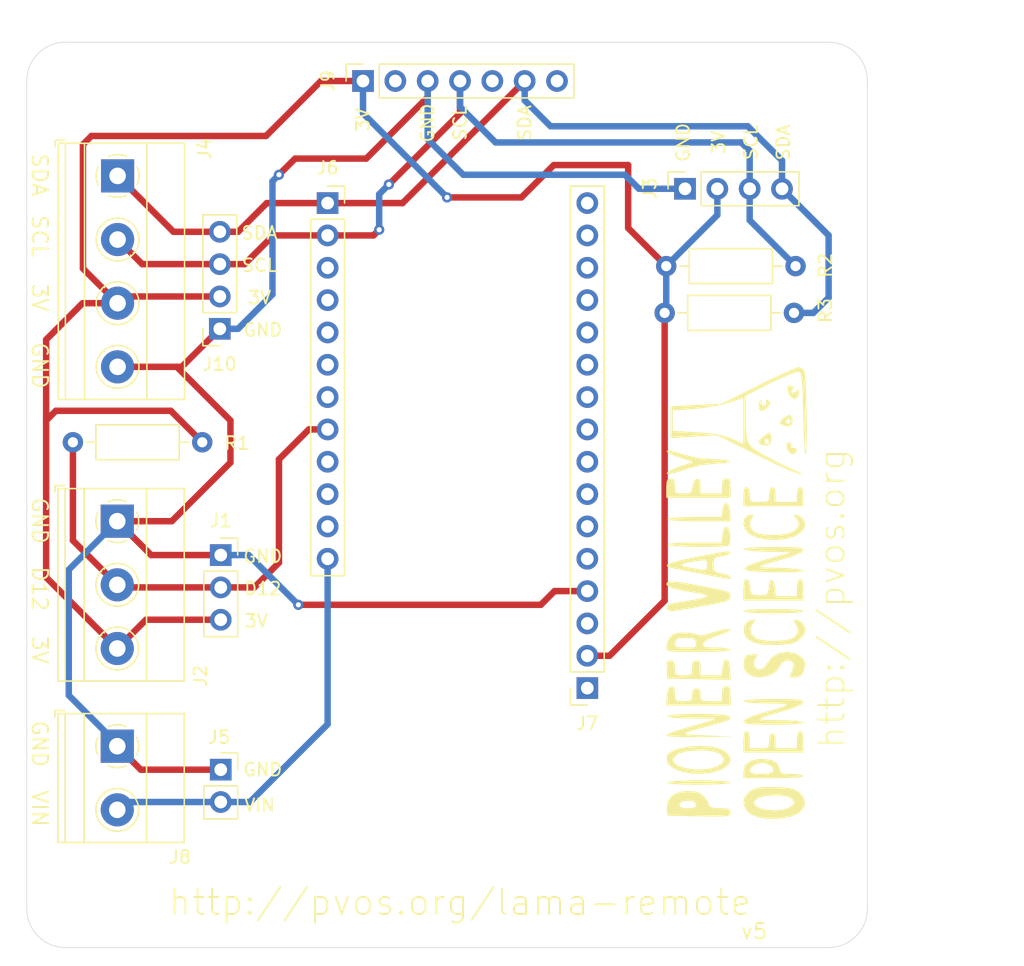
<source format=kicad_pcb>
(kicad_pcb (version 20171130) (host pcbnew 5.1.6-c6e7f7d~87~ubuntu18.04.1)

  (general
    (thickness 1.6)
    (drawings 40)
    (tracks 118)
    (zones 0)
    (modules 18)
    (nets 7)
  )

  (page A4)
  (layers
    (0 F.Cu signal)
    (31 B.Cu signal)
    (32 B.Adhes user)
    (33 F.Adhes user)
    (34 B.Paste user)
    (35 F.Paste user)
    (36 B.SilkS user)
    (37 F.SilkS user)
    (38 B.Mask user)
    (39 F.Mask user)
    (40 Dwgs.User user)
    (41 Cmts.User user)
    (42 Eco1.User user)
    (43 Eco2.User user)
    (44 Edge.Cuts user)
    (45 Margin user)
    (46 B.CrtYd user)
    (47 F.CrtYd user)
    (48 B.Fab user)
    (49 F.Fab user)
  )

  (setup
    (last_trace_width 0.25)
    (user_trace_width 0.3048)
    (user_trace_width 0.508)
    (trace_clearance 0.2)
    (zone_clearance 0.508)
    (zone_45_only no)
    (trace_min 0.2)
    (via_size 0.8)
    (via_drill 0.4)
    (via_min_size 0.4)
    (via_min_drill 0.3)
    (uvia_size 0.3)
    (uvia_drill 0.1)
    (uvias_allowed no)
    (uvia_min_size 0.2)
    (uvia_min_drill 0.1)
    (edge_width 0.05)
    (segment_width 0.2)
    (pcb_text_width 0.3)
    (pcb_text_size 1.5 1.5)
    (mod_edge_width 0.12)
    (mod_text_size 1 1)
    (mod_text_width 0.15)
    (pad_size 1.524 1.524)
    (pad_drill 0.762)
    (pad_to_mask_clearance 0.05)
    (aux_axis_origin 0 0)
    (visible_elements FFFDFF7F)
    (pcbplotparams
      (layerselection 0x010fc_ffffffff)
      (usegerberextensions false)
      (usegerberattributes true)
      (usegerberadvancedattributes true)
      (creategerberjobfile true)
      (excludeedgelayer true)
      (linewidth 0.100000)
      (plotframeref false)
      (viasonmask false)
      (mode 1)
      (useauxorigin false)
      (hpglpennumber 1)
      (hpglpenspeed 20)
      (hpglpendiameter 15.000000)
      (psnegative false)
      (psa4output false)
      (plotreference true)
      (plotvalue true)
      (plotinvisibletext false)
      (padsonsilk false)
      (subtractmaskfromsilk false)
      (outputformat 1)
      (mirror false)
      (drillshape 0)
      (scaleselection 1)
      (outputdirectory "gerber/"))
  )

  (net 0 "")
  (net 1 +3V3)
  (net 2 "Net-(J1-Pad2)")
  (net 3 GND)
  (net 4 SDA)
  (net 5 SCL)
  (net 6 "Net-(J5-Pad2)")

  (net_class Default "This is the default net class."
    (clearance 0.2)
    (trace_width 0.25)
    (via_dia 0.8)
    (via_drill 0.4)
    (uvia_dia 0.3)
    (uvia_drill 0.1)
    (add_net +3V3)
    (add_net GND)
    (add_net "Net-(J1-Pad2)")
    (add_net "Net-(J5-Pad2)")
    (add_net SCL)
    (add_net SDA)
  )

  (module remote:pvos7 (layer F.Cu) (tedit 0) (tstamp 5FA16461)
    (at 135.89 91.948 90)
    (fp_text reference G*** (at 0 0 90) (layer F.SilkS) hide
      (effects (font (size 1.524 1.524) (thickness 0.3)))
    )
    (fp_text value LOGO (at 0.75 0 90) (layer F.SilkS) hide
      (effects (font (size 1.524 1.524) (thickness 0.3)))
    )
    (fp_poly (pts (xy 15.187883 -3.054085) (xy 15.288053 -1.061812) (xy 16.72747 1.8407) (xy 17.17678 2.761857)
      (xy 17.568803 3.594509) (xy 17.880092 4.286461) (xy 18.087201 4.785522) (xy 18.166683 5.039495)
      (xy 18.166887 5.045) (xy 18.028714 5.35502) (xy 17.877461 5.457851) (xy 17.59031 5.505674)
      (xy 17.035754 5.548182) (xy 16.28279 5.584115) (xy 15.400412 5.61221) (xy 14.457615 5.631206)
      (xy 13.523396 5.639841) (xy 12.666749 5.636854) (xy 11.956669 5.620983) (xy 11.462152 5.590966)
      (xy 11.354304 5.577138) (xy 11.304634 5.540443) (xy 11.557962 5.501444) (xy 12.08089 5.462415)
      (xy 12.840024 5.425625) (xy 13.801968 5.393346) (xy 14.211796 5.382782) (xy 15.394589 5.35233)
      (xy 16.283289 5.322045) (xy 16.920197 5.287474) (xy 17.34761 5.244168) (xy 17.607829 5.187677)
      (xy 17.743154 5.113551) (xy 17.795883 5.017338) (xy 17.798415 5.005435) (xy 17.74707 4.750362)
      (xy 17.566331 4.264669) (xy 17.283765 3.615302) (xy 16.926941 2.869205) (xy 16.880579 2.776627)
      (xy 15.906463 0.84106) (xy 14.555549 0.842911) (xy 13.587074 0.850103) (xy 12.886715 0.890517)
      (xy 12.386164 0.997042) (xy 12.017115 1.202564) (xy 11.711259 1.539971) (xy 11.400288 2.042148)
      (xy 11.160296 2.477567) (xy 10.777206 3.204299) (xy 10.420844 3.921965) (xy 10.149306 4.512105)
      (xy 10.078284 4.683798) (xy 9.89193 5.107277) (xy 9.788716 5.209512) (xy 9.764159 5.086641)
      (xy 9.834887 4.824769) (xy 10.036764 4.315705) (xy 10.346818 3.611301) (xy 10.742077 2.763412)
      (xy 11.19957 1.823889) (xy 11.28946 1.643641) (xy 11.775424 0.672848) (xy 12.12987 0.672848)
      (xy 15.753429 0.672848) (xy 15.372998 -0.457603) (xy 15.152427 -1.291195) (xy 14.97504 -2.303822)
      (xy 14.875938 -3.2331) (xy 14.75931 -4.878145) (xy 13.157299 -4.878145) (xy 13.040123 -2.985761)
      (xy 12.958826 -1.982493) (xy 12.846804 -1.223779) (xy 12.687105 -0.618031) (xy 12.526408 -0.210265)
      (xy 12.12987 0.672848) (xy 11.775424 0.672848) (xy 12.822629 -1.419112) (xy 12.705084 -3.232734)
      (xy 12.587538 -5.046357) (xy 15.087712 -5.046357) (xy 15.187883 -3.054085)) (layer F.SilkS) (width 0.01))
    (fp_poly (pts (xy -15.623562 0.75757) (xy -15.193315 1.124005) (xy -15.128468 1.219537) (xy -14.956929 1.549745)
      (xy -14.860128 1.921727) (xy -14.824101 2.431416) (xy -14.834881 3.174743) (xy -14.83657 3.224749)
      (xy -14.873076 3.961143) (xy -14.9357 4.450018) (xy -15.045951 4.780244) (xy -15.225337 5.040695)
      (xy -15.294554 5.117133) (xy -15.740715 5.468906) (xy -16.176332 5.51456) (xy -16.542583 5.360488)
      (xy -16.901947 4.975602) (xy -17.161437 4.342483) (xy -17.305921 3.538476) (xy -17.311069 3.216286)
      (xy -16.654333 3.216286) (xy -16.595303 3.799877) (xy -16.434509 4.267147) (xy -16.391124 4.336082)
      (xy -16.164585 4.631424) (xy -16.001608 4.672051) (xy -15.773822 4.479549) (xy -15.73983 4.445601)
      (xy -15.559545 4.086331) (xy -15.480592 3.451362) (xy -15.475497 3.172953) (xy -15.532644 2.317656)
      (xy -15.702473 1.766083) (xy -15.982566 1.524934) (xy -16.074321 1.513908) (xy -16.321591 1.665186)
      (xy -16.507401 2.059181) (xy -16.621674 2.606135) (xy -16.654333 3.216286) (xy -17.311069 3.216286)
      (xy -17.320263 2.640925) (xy -17.223026 1.883008) (xy -16.979525 1.256727) (xy -16.585735 0.845809)
      (xy -16.110724 0.67213) (xy -15.623562 0.75757)) (layer F.SilkS) (width 0.01))
    (fp_poly (pts (xy -5.072428 0.7057) (xy -4.661157 0.770365) (xy -4.475723 0.941359) (xy -4.405541 1.324495)
      (xy -4.40357 1.345696) (xy -4.389236 1.716153) (xy -4.456761 1.804261) (xy -4.563372 1.724173)
      (xy -4.896691 1.554023) (xy -5.164106 1.513908) (xy -5.467698 1.631294) (xy -5.575792 1.908114)
      (xy -5.490267 2.231363) (xy -5.213002 2.488034) (xy -5.147439 2.516725) (xy -4.638626 2.874827)
      (xy -4.31224 3.435709) (xy -4.198425 4.102169) (xy -4.327322 4.777005) (xy -4.398692 4.931258)
      (xy -4.736258 5.379167) (xy -5.160175 5.535283) (xy -5.735503 5.419676) (xy -5.845365 5.37754)
      (xy -6.143634 5.134228) (xy -6.223841 4.72533) (xy -6.203196 4.384505) (xy -6.076444 4.320291)
      (xy -5.782382 4.454281) (xy -5.388807 4.592752) (xy -5.109535 4.594521) (xy -4.908255 4.370211)
      (xy -4.892327 4.028385) (xy -5.046062 3.721275) (xy -5.210182 3.617949) (xy -5.702328 3.301019)
      (xy -6.044142 2.772074) (xy -6.206179 2.133052) (xy -6.158995 1.485891) (xy -5.95554 1.037499)
      (xy -5.676911 0.770373) (xy -5.27958 0.695384) (xy -5.072428 0.7057)) (layer F.SilkS) (width 0.01))
    (fp_poly (pts (xy -2.1113 0.759395) (xy -1.772494 1.035795) (xy -1.68212 1.378308) (xy -1.706126 1.601502)
      (xy -1.833155 1.550421) (xy -1.955404 1.432865) (xy -2.364867 1.21966) (xy -2.790945 1.299428)
      (xy -3.130756 1.650652) (xy -3.147284 1.68212) (xy -3.267141 2.086843) (xy -3.345141 2.669674)
      (xy -3.361759 3.061953) (xy -3.29752 3.94758) (xy -3.107781 4.567606) (xy -2.804869 4.905392)
      (xy -2.401107 4.944295) (xy -2.078948 4.793978) (xy -1.795987 4.630059) (xy -1.694455 4.679576)
      (xy -1.68212 4.86835) (xy -1.829889 5.21275) (xy -2.191608 5.470505) (xy -2.566905 5.550994)
      (xy -2.832022 5.436801) (xy -3.169409 5.15779) (xy -3.208758 5.117013) (xy -3.419126 4.848794)
      (xy -3.549419 4.531666) (xy -3.623283 4.072309) (xy -3.664365 3.377403) (xy -3.666947 3.308734)
      (xy -3.640807 2.221284) (xy -3.469435 1.430722) (xy -3.149646 0.92897) (xy -2.678253 0.707951)
      (xy -2.639166 0.702746) (xy -2.1113 0.759395)) (layer F.SilkS) (width 0.01))
    (fp_poly (pts (xy 6.274201 0.751042) (xy 6.52004 1.012317) (xy 6.560264 1.229123) (xy 6.522032 1.462579)
      (xy 6.377794 1.39829) (xy 6.35841 1.379338) (xy 5.961218 1.18734) (xy 5.523417 1.25137)
      (xy 5.193239 1.549032) (xy 5.189429 1.555961) (xy 5.037494 2.052802) (xy 4.972008 2.733909)
      (xy 4.989959 3.470648) (xy 5.088334 4.134385) (xy 5.2605 4.591018) (xy 5.609973 4.965322)
      (xy 5.965358 5.008239) (xy 6.295931 4.782025) (xy 6.496561 4.614892) (xy 6.557075 4.725098)
      (xy 6.560264 4.860213) (xy 6.416135 5.201559) (xy 6.074783 5.468751) (xy 5.748899 5.550994)
      (xy 5.5108 5.453203) (xy 5.230683 5.256623) (xy 4.902445 4.797975) (xy 4.687608 4.11864)
      (xy 4.590008 3.316014) (xy 4.613483 2.487493) (xy 4.761872 1.730475) (xy 5.039012 1.142354)
      (xy 5.067098 1.105217) (xy 5.452397 0.789581) (xy 5.886542 0.674159) (xy 6.274201 0.751042)) (layer F.SilkS) (width 0.01))
    (fp_poly (pts (xy -13.118749 0.798738) (xy -12.780185 1.184351) (xy -12.62717 1.841604) (xy -12.615894 2.145932)
      (xy -12.704211 2.893049) (xy -12.968724 3.354976) (xy -13.408776 3.530648) (xy -13.468969 3.532451)
      (xy -13.656958 3.576188) (xy -13.754877 3.759982) (xy -13.790383 4.162705) (xy -13.793378 4.457616)
      (xy -13.821031 4.964269) (xy -13.892363 5.300311) (xy -13.96159 5.382782) (xy -14.031772 5.219986)
      (xy -14.084702 4.752594) (xy -14.118128 4.012098) (xy -14.129802 3.029991) (xy -14.129802 2.102649)
      (xy -13.793378 2.102649) (xy -13.748117 2.716796) (xy -13.608267 3.013267) (xy -13.367729 2.998964)
      (xy -13.154173 2.825961) (xy -12.963185 2.4526) (xy -12.951085 1.988823) (xy -13.088777 1.548692)
      (xy -13.347161 1.246272) (xy -13.574702 1.177484) (xy -13.714291 1.307656) (xy -13.783035 1.719153)
      (xy -13.793378 2.102649) (xy -14.129802 2.102649) (xy -14.129802 0.672848) (xy -13.651237 0.672848)
      (xy -13.118749 0.798738)) (layer F.SilkS) (width 0.01))
    (fp_poly (pts (xy -10.741288 0.69986) (xy -10.482959 0.793381) (xy -10.429139 0.925166) (xy -10.540245 1.10061)
      (xy -10.908549 1.172905) (xy -11.101987 1.177484) (xy -11.774835 1.177484) (xy -11.774835 1.934437)
      (xy -11.762267 2.399543) (xy -11.677087 2.619785) (xy -11.448086 2.686722) (xy -11.186093 2.691391)
      (xy -10.75065 2.746106) (xy -10.598416 2.920729) (xy -10.597351 2.943709) (xy -10.725019 3.130328)
      (xy -11.132473 3.195571) (xy -11.186093 3.196027) (xy -11.774835 3.196027) (xy -11.774835 4.878146)
      (xy -11.101987 4.878146) (xy -10.634136 4.919811) (xy -10.441351 5.057924) (xy -10.429139 5.130464)
      (xy -10.519178 5.289137) (xy -10.830915 5.366636) (xy -11.270199 5.382782) (xy -12.111259 5.382782)
      (xy -12.111259 0.672848) (xy -11.270199 0.672848) (xy -10.741288 0.69986)) (layer F.SilkS) (width 0.01))
    (fp_poly (pts (xy -8.00399 0.835644) (xy -7.951061 1.303036) (xy -7.917635 2.043532) (xy -7.905961 3.025639)
      (xy -7.905961 3.027815) (xy -7.911357 3.981662) (xy -7.930829 4.6465) (xy -7.969299 5.069616)
      (xy -8.031693 5.298302) (xy -8.122932 5.379845) (xy -8.151156 5.382782) (xy -8.34257 5.218312)
      (xy -8.564679 4.735457) (xy -8.749821 4.163245) (xy -9.042255 3.160515) (xy -9.254453 2.470216)
      (xy -9.399609 2.081589) (xy -9.490914 1.983876) (xy -9.541561 2.166316) (xy -9.56474 2.618151)
      (xy -9.573644 3.328621) (xy -9.5748 3.490398) (xy -9.594978 4.330215) (xy -9.639568 4.951864)
      (xy -9.70432 5.311035) (xy -9.756292 5.382782) (xy -9.826474 5.219986) (xy -9.879404 4.752594)
      (xy -9.91283 4.012098) (xy -9.924504 3.029991) (xy -9.924504 3.027815) (xy -9.919107 2.073968)
      (xy -9.899636 1.40913) (xy -9.861165 0.986014) (xy -9.798772 0.757328) (xy -9.707532 0.675785)
      (xy -9.679309 0.672848) (xy -9.487894 0.837318) (xy -9.265786 1.320173) (xy -9.080644 1.892385)
      (xy -8.78821 2.895115) (xy -8.576011 3.585414) (xy -8.430855 3.97404) (xy -8.33955 4.071754)
      (xy -8.288904 3.889314) (xy -8.265725 3.437479) (xy -8.25682 2.727009) (xy -8.255664 2.565232)
      (xy -8.235487 1.725415) (xy -8.190897 1.103766) (xy -8.126145 0.744595) (xy -8.074173 0.672848)
      (xy -8.00399 0.835644)) (layer F.SilkS) (width 0.01))
    (fp_poly (pts (xy -0.939089 0.835644) (xy -0.88616 1.303036) (xy -0.852734 2.043532) (xy -0.84106 3.025639)
      (xy -0.84106 3.027815) (xy -0.852688 4.010372) (xy -0.886073 4.75138) (xy -0.938966 5.219348)
      (xy -1.009116 5.382781) (xy -1.009272 5.382782) (xy -1.079455 5.219986) (xy -1.132384 4.752594)
      (xy -1.16581 4.012098) (xy -1.177484 3.029991) (xy -1.177484 3.027815) (xy -1.165856 2.045258)
      (xy -1.13247 1.30425) (xy -1.079578 0.836282) (xy -1.009427 0.672849) (xy -1.009272 0.672848)
      (xy -0.939089 0.835644)) (layer F.SilkS) (width 0.01))
    (fp_poly (pts (xy 1.208978 0.702044) (xy 1.467979 0.800205) (xy 1.513907 0.915012) (xy 1.354025 1.108431)
      (xy 0.886138 1.209131) (xy 0.883112 1.209383) (xy 0.47895 1.263461) (xy 0.299539 1.405043)
      (xy 0.25369 1.738946) (xy 0.252317 1.934437) (xy 0.271453 2.367056) (xy 0.390659 2.568239)
      (xy 0.702633 2.642892) (xy 0.893538 2.660114) (xy 1.333886 2.753855) (xy 1.465899 2.902312)
      (xy 1.300522 3.05418) (xy 0.848703 3.158155) (xy 0.786004 3.164128) (xy 0.168212 3.216335)
      (xy 0.168212 4.878146) (xy 0.841059 4.878146) (xy 1.308911 4.919811) (xy 1.501695 5.057924)
      (xy 1.513907 5.130464) (xy 1.423868 5.289137) (xy 1.112131 5.366636) (xy 0.672847 5.382782)
      (xy -0.168212 5.382782) (xy -0.168212 0.672848) (xy 0.672847 0.672848) (xy 1.208978 0.702044)) (layer F.SilkS) (width 0.01))
    (fp_poly (pts (xy 3.893623 0.721742) (xy 3.956035 1.02834) (xy 4.005139 1.622923) (xy 4.033275 2.495989)
      (xy 4.037086 3.027815) (xy 4.031689 3.981662) (xy 4.012218 4.6465) (xy 3.973747 5.069616)
      (xy 3.911354 5.298302) (xy 3.820114 5.379845) (xy 3.791891 5.382782) (xy 3.598581 5.21976)
      (xy 3.377975 4.746782) (xy 3.2148 4.247351) (xy 2.918515 3.227228) (xy 2.708094 2.513645)
      (xy 2.568036 2.092353) (xy 2.482843 1.949103) (xy 2.437016 2.069643) (xy 2.415056 2.439723)
      (xy 2.401465 3.045095) (xy 2.39151 3.490398) (xy 2.356936 4.304325) (xy 2.302079 4.92357)
      (xy 2.232835 5.296243) (xy 2.176499 5.382782) (xy 2.107944 5.219364) (xy 2.064392 4.746628)
      (xy 2.047215 3.990846) (xy 2.055849 3.069868) (xy 2.081406 2.117511) (xy 2.116809 1.455799)
      (xy 2.167713 1.038977) (xy 2.239772 0.821293) (xy 2.338642 0.756992) (xy 2.341704 0.756954)
      (xy 2.506888 0.915748) (xy 2.719549 1.395346) (xy 2.98166 2.200573) (xy 3.098657 2.607285)
      (xy 3.616556 4.457616) (xy 3.664118 2.565232) (xy 3.703151 1.624873) (xy 3.75952 1.010507)
      (xy 3.825564 0.71263) (xy 3.893623 0.721742)) (layer F.SilkS) (width 0.01))
    (fp_poly (pts (xy 8.488984 0.705869) (xy 8.716241 0.818148) (xy 8.747019 0.925166) (xy 8.619351 1.111785)
      (xy 8.211898 1.177028) (xy 8.158278 1.177484) (xy 7.796529 1.193643) (xy 7.62523 1.303159)
      (xy 7.573167 1.59759) (xy 7.569536 1.934437) (xy 7.582104 2.399543) (xy 7.667283 2.619785)
      (xy 7.896285 2.686722) (xy 8.158278 2.691391) (xy 8.593721 2.746106) (xy 8.745955 2.920729)
      (xy 8.747019 2.943709) (xy 8.619351 3.130328) (xy 8.211898 3.195571) (xy 8.158278 3.196027)
      (xy 7.569536 3.196027) (xy 7.569536 4.878146) (xy 8.158278 4.878146) (xy 8.593721 4.932861)
      (xy 8.745955 5.107484) (xy 8.747019 5.130464) (xy 8.647957 5.29677) (xy 8.31112 5.372522)
      (xy 7.990066 5.382782) (xy 7.233112 5.382782) (xy 7.233112 0.672848) (xy 7.990066 0.672848)
      (xy 8.488984 0.705869)) (layer F.SilkS) (width 0.01))
    (fp_poly (pts (xy 16.72267 4.200555) (xy 16.710095 4.467297) (xy 16.572479 4.625971) (xy 16.381018 4.525419)
      (xy 16.193188 4.427709) (xy 16.148344 4.591214) (xy 16.266209 4.871167) (xy 16.358609 4.934955)
      (xy 16.393348 5.004967) (xy 16.218432 5.033078) (xy 15.882275 4.995631) (xy 15.755849 4.934217)
      (xy 15.647926 4.647633) (xy 15.848191 4.363844) (xy 16.076843 4.230162) (xy 16.499705 4.109654)
      (xy 16.72267 4.200555)) (layer F.SilkS) (width 0.01))
    (fp_poly (pts (xy 12.224918 4.145764) (xy 12.27947 4.284125) (xy 12.172608 4.452197) (xy 11.997949 4.423134)
      (xy 11.798197 4.401748) (xy 11.824458 4.596625) (xy 11.804768 4.819885) (xy 11.612875 4.882732)
      (xy 11.387058 4.754308) (xy 11.34975 4.702566) (xy 11.349342 4.43733) (xy 11.566855 4.179822)
      (xy 11.899995 4.040932) (xy 11.963643 4.037086) (xy 12.224918 4.145764)) (layer F.SilkS) (width 0.01))
    (fp_poly (pts (xy 14.013451 3.654853) (xy 14.252604 3.931112) (xy 14.39589 4.224804) (xy 14.38867 4.362911)
      (xy 14.131859 4.517083) (xy 13.780055 4.517232) (xy 13.540129 4.372005) (xy 13.503047 4.118634)
      (xy 13.693447 4.118634) (xy 13.709271 4.205298) (xy 13.924323 4.367094) (xy 13.971516 4.37351)
      (xy 14.12527 4.245208) (xy 14.129801 4.205298) (xy 13.992883 4.057673) (xy 13.867556 4.037086)
      (xy 13.693447 4.118634) (xy 13.503047 4.118634) (xy 13.50087 4.103763) (xy 13.576396 3.775047)
      (xy 13.719051 3.553609) (xy 13.778642 3.532451) (xy 14.013451 3.654853)) (layer F.SilkS) (width 0.01))
    (fp_poly (pts (xy 12.472316 1.974132) (xy 12.75628 2.272443) (xy 13.012889 2.635631) (xy 13.020765 2.649338)
      (xy 12.974458 2.78834) (xy 12.723822 2.858004) (xy 12.394771 2.853196) (xy 12.113215 2.768783)
      (xy 12.026222 2.689886) (xy 12.001824 2.523179) (xy 12.111258 2.523179) (xy 12.231988 2.686576)
      (xy 12.269542 2.691391) (xy 12.497358 2.569118) (xy 12.531788 2.523179) (xy 12.493654 2.379173)
      (xy 12.373503 2.354967) (xy 12.143353 2.442791) (xy 12.111258 2.523179) (xy 12.001824 2.523179)
      (xy 11.986963 2.421644) (xy 12.062489 2.092928) (xy 12.205144 1.871489) (xy 12.264734 1.850332)
      (xy 12.472316 1.974132)) (layer F.SilkS) (width 0.01))
    (fp_poly (pts (xy 15.320299 1.875733) (xy 15.558411 2.016617) (xy 15.531336 2.112204) (xy 15.400127 2.082726)
      (xy 15.180917 2.102923) (xy 15.139072 2.270861) (xy 15.232297 2.476324) (xy 15.405446 2.456956)
      (xy 15.602641 2.452393) (xy 15.605198 2.554605) (xy 15.415814 2.788161) (xy 15.129393 2.714012)
      (xy 14.920099 2.51654) (xy 14.734206 2.20917) (xy 14.723395 2.010693) (xy 14.972439 1.870715)
      (xy 15.320299 1.875733)) (layer F.SilkS) (width 0.01))
    (fp_poly (pts (xy -15.919143 -5.267593) (xy -15.467734 -4.905967) (xy -15.201509 -4.297292) (xy -15.139073 -3.700662)
      (xy -15.178299 -3.108107) (xy -15.326119 -2.706954) (xy -15.551957 -2.431426) (xy -15.904006 -2.149716)
      (xy -16.205332 -2.019578) (xy -16.224805 -2.018543) (xy -16.386933 -1.935636) (xy -16.466567 -1.642524)
      (xy -16.484769 -1.177483) (xy -16.502193 -0.673521) (xy -16.576898 -0.422145) (xy -16.742529 -0.340352)
      (xy -16.825689 -0.336423) (xy -16.957291 -0.351089) (xy -17.04843 -0.428718) (xy -17.105092 -0.619761)
      (xy -17.133263 -0.974668) (xy -17.138929 -1.54389) (xy -17.128074 -2.377877) (xy -17.12006 -2.817549)
      (xy -17.103492 -3.700662) (xy -16.484769 -3.700662) (xy -16.459991 -3.256177) (xy -16.36245 -3.070183)
      (xy -16.190398 -3.059837) (xy -15.973389 -3.216803) (xy -15.89719 -3.617195) (xy -15.896027 -3.700662)
      (xy -15.954068 -4.14246) (xy -16.148448 -4.331099) (xy -16.190398 -4.341487) (xy -16.379996 -4.31929)
      (xy -16.466418 -4.104809) (xy -16.484769 -3.700662) (xy -17.103492 -3.700662) (xy -17.07351 -5.298675)
      (xy -16.529624 -5.351177) (xy -15.919143 -5.267593)) (layer F.SilkS) (width 0.01))
    (fp_poly (pts (xy -14.466226 -5.298675) (xy -14.400895 -5.102169) (xy -14.351347 -4.650746) (xy -14.317581 -4.015788)
      (xy -14.299597 -3.268679) (xy -14.297396 -2.4808) (xy -14.310978 -1.723534) (xy -14.340341 -1.068263)
      (xy -14.385487 -0.58637) (xy -14.446416 -0.349238) (xy -14.466226 -0.336423) (xy -14.534684 -0.499712)
      (xy -14.586772 -0.970503) (xy -14.620592 -1.720189) (xy -14.634243 -2.72016) (xy -14.634437 -2.86953)
      (xy -14.623791 -3.941426) (xy -14.592364 -4.711349) (xy -14.540929 -5.16817) (xy -14.470255 -5.300759)
      (xy -14.466226 -5.298675)) (layer F.SilkS) (width 0.01))
    (fp_poly (pts (xy -12.271868 -5.293976) (xy -11.992392 -4.950407) (xy -11.782053 -4.363006) (xy -11.64735 -3.618486)
      (xy -11.594784 -2.803556) (xy -11.630856 -2.004927) (xy -11.762065 -1.30931) (xy -11.941203 -0.883112)
      (xy -12.332021 -0.431194) (xy -12.732952 -0.310971) (xy -13.118415 -0.519611) (xy -13.461484 -1.051324)
      (xy -13.688372 -1.770548) (xy -13.774857 -2.488861) (xy -13.435718 -2.488861) (xy -13.339232 -1.819245)
      (xy -13.213219 -1.424398) (xy -12.939276 -0.978626) (xy -12.63385 -0.865068) (xy -12.305299 -1.085458)
      (xy -12.204903 -1.214911) (xy -12.029042 -1.675457) (xy -11.950649 -2.427713) (xy -11.945527 -2.770872)
      (xy -12.009494 -3.736983) (xy -12.194374 -4.410973) (xy -12.496609 -4.782578) (xy -12.665347 -4.847548)
      (xy -12.947467 -4.751367) (xy -13.177263 -4.394317) (xy -13.343035 -3.849488) (xy -13.433086 -3.189972)
      (xy -13.435718 -2.488861) (xy -13.774857 -2.488861) (xy -13.78556 -2.577754) (xy -13.763562 -3.398536)
      (xy -13.632891 -4.15849) (xy -13.40406 -4.783211) (xy -13.087583 -5.198294) (xy -12.858895 -5.316044)
      (xy -12.474869 -5.34709) (xy -12.271868 -5.293976)) (layer F.SilkS) (width 0.01))
    (fp_poly (pts (xy -10.64227 -5.234211) (xy -10.476073 -4.848543) (xy -10.338646 -4.415563) (xy -10.129011 -3.677531)
      (xy -9.889158 -2.858852) (xy -9.762958 -2.439072) (xy -9.455373 -1.429801) (xy -9.43762 -3.416218)
      (xy -9.415975 -4.330509) (xy -9.370993 -4.953019) (xy -9.304328 -5.266998) (xy -9.251656 -5.298675)
      (xy -9.182151 -5.094634) (xy -9.13092 -4.630021) (xy -9.097792 -3.980181) (xy -9.082594 -3.220459)
      (xy -9.085154 -2.426202) (xy -9.105297 -1.672753) (xy -9.142853 -1.035458) (xy -9.197648 -0.589664)
      (xy -9.262847 -0.413613) (xy -9.402436 -0.353327) (xy -9.513831 -0.41192) (xy -9.627152 -0.645001)
      (xy -9.77252 -1.108181) (xy -9.914139 -1.616108) (xy -10.196099 -2.645929) (xy -10.399495 -3.363813)
      (xy -10.539128 -3.78103) (xy -10.629796 -3.908853) (xy -10.686298 -3.758554) (xy -10.723434 -3.341404)
      (xy -10.756002 -2.668676) (xy -10.773783 -2.270861) (xy -10.866108 -0.252317) (xy -10.899942 -2.817549)
      (xy -10.902992 -3.83397) (xy -10.883725 -4.62126) (xy -10.843822 -5.14614) (xy -10.784966 -5.375332)
      (xy -10.770262 -5.382781) (xy -10.64227 -5.234211)) (layer F.SilkS) (width 0.01))
    (fp_poly (pts (xy -7.697147 -5.3504) (xy -7.195609 -5.268333) (xy -6.960632 -5.097928) (xy -6.927859 -5.004304)
      (xy -6.956924 -4.803877) (xy -7.197872 -4.720613) (xy -7.473097 -4.709933) (xy -7.85791 -4.690276)
      (xy -8.028917 -4.566616) (xy -8.072799 -4.241924) (xy -8.074173 -4.037086) (xy -8.054245 -3.605651)
      (xy -7.946256 -3.413859) (xy -7.677897 -3.3653) (xy -7.569537 -3.364238) (xy -7.200159 -3.31137)
      (xy -7.070107 -3.114658) (xy -7.064901 -3.027814) (xy -7.144204 -2.781562) (xy -7.439271 -2.694861)
      (xy -7.569537 -2.69139) (xy -7.868269 -2.673015) (xy -8.017236 -2.560035) (xy -8.068506 -2.265667)
      (xy -8.074173 -1.850331) (xy -8.074173 -1.009271) (xy -7.485431 -1.009271) (xy -7.079658 -0.971638)
      (xy -6.915934 -0.824724) (xy -6.896689 -0.672847) (xy -6.946216 -0.462609) (xy -7.151872 -0.363194)
      (xy -7.599264 -0.336552) (xy -7.653643 -0.336423) (xy -8.410596 -0.336423) (xy -8.410596 -5.402125)
      (xy -7.697147 -5.3504)) (layer F.SilkS) (width 0.01))
    (fp_poly (pts (xy -4.93274 -5.287451) (xy -4.878524 -5.08821) (xy -4.878146 -5.056029) (xy -4.940478 -4.818317)
      (xy -5.188257 -4.722073) (xy -5.466888 -4.709933) (xy -5.843838 -4.689564) (xy -6.011357 -4.563792)
      (xy -6.054313 -4.235627) (xy -6.05563 -4.037086) (xy -6.037806 -3.606285) (xy -5.927756 -3.414835)
      (xy -5.640612 -3.365743) (xy -5.466888 -3.364238) (xy -5.061115 -3.326605) (xy -4.897391 -3.17969)
      (xy -4.878146 -3.027814) (xy -4.944004 -2.795944) (xy -5.201104 -2.702387) (xy -5.466888 -2.69139)
      (xy -6.05563 -2.69139) (xy -6.05563 -1.029579) (xy -5.424835 -0.977372) (xy -4.953221 -0.877289)
      (xy -4.794107 -0.678157) (xy -4.79404 -0.672847) (xy -4.907476 -0.499487) (xy -5.280161 -0.398973)
      (xy -5.597597 -0.369074) (xy -6.401155 -0.317619) (xy -6.307947 -5.298675) (xy -5.593047 -5.3504)
      (xy -5.141188 -5.362608) (xy -4.93274 -5.287451)) (layer F.SilkS) (width 0.01))
    (fp_poly (pts (xy -3.388086 -5.28634) (xy -3.065243 -5.120925) (xy -2.834411 -4.892433) (xy -2.72189 -4.556153)
      (xy -2.691417 -4.001136) (xy -2.691391 -3.977084) (xy -2.72041 -3.446166) (xy -2.794646 -3.052465)
      (xy -2.85359 -2.9329) (xy -2.915359 -2.646094) (xy -2.795887 -2.122064) (xy -2.788562 -2.100251)
      (xy -2.562034 -1.361943) (xy -2.432695 -0.78742) (xy -2.410062 -0.430072) (xy -2.47412 -0.336423)
      (xy -2.594812 -0.484104) (xy -2.76866 -0.870465) (xy -2.950068 -1.387748) (xy -3.214219 -2.081593)
      (xy -3.466207 -2.440815) (xy -3.574504 -2.493459) (xy -3.733491 -2.481555) (xy -3.822821 -2.32654)
      (xy -3.861537 -1.960403) (xy -3.868875 -1.442135) (xy -3.892402 -0.865923) (xy -3.954843 -0.47087)
      (xy -4.037086 -0.336423) (xy -4.105637 -0.499686) (xy -4.157772 -0.970302) (xy -4.191573 -1.719513)
      (xy -4.205124 -2.718561) (xy -4.205298 -2.859602) (xy -4.203931 -3.828157) (xy -4.203384 -3.868874)
      (xy -3.868875 -3.868874) (xy -3.856363 -3.363248) (xy -3.794315 -3.115047) (xy -3.645964 -3.045513)
      (xy -3.490398 -3.058168) (xy -3.253809 -3.137037) (xy -3.142541 -3.347795) (xy -3.11223 -3.785472)
      (xy -3.111921 -3.868874) (xy -3.134555 -4.345266) (xy -3.232033 -4.581646) (xy -3.448719 -4.673043)
      (xy -3.490398 -4.67958) (xy -3.712549 -4.682552) (xy -3.825074 -4.556813) (xy -3.864742 -4.223606)
      (xy -3.868875 -3.868874) (xy -4.203384 -3.868874) (xy -4.194752 -4.510438) (xy -4.170146 -4.956594)
      (xy -4.122501 -5.216777) (xy -4.0442 -5.341137) (xy -3.92763 -5.379822) (xy -3.822197 -5.382781)
      (xy -3.388086 -5.28634)) (layer F.SilkS) (width 0.01))
    (fp_poly (pts (xy 1.246328 -5.334561) (xy 1.318745 -5.160293) (xy 1.322906 -4.815566) (xy 1.257153 -4.255969)
      (xy 1.119826 -3.437091) (xy 1.013031 -2.859269) (xy 0.830797 -1.897923) (xy 0.694603 -1.218309)
      (xy 0.588088 -0.771573) (xy 0.494893 -0.50886) (xy 0.398658 -0.381317) (xy 0.283023 -0.340089)
      (xy 0.168212 -0.336423) (xy -0.141239 -0.484721) (xy -0.249367 -0.7149) (xy -0.372574 -1.287914)
      (xy -0.515244 -2.013069) (xy -0.662728 -2.807611) (xy -0.800373 -3.588786) (xy -0.913531 -4.273839)
      (xy -0.987549 -4.780017) (xy -1.008763 -5.004304) (xy -0.905168 -5.306603) (xy -0.68272 -5.370787)
      (xy -0.475593 -5.176921) (xy -0.442675 -5.08841) (xy -0.377137 -4.786332) (xy -0.281247 -4.256853)
      (xy -0.173915 -3.605368) (xy -0.155943 -3.490397) (xy -0.046278 -2.878681) (xy 0.064045 -2.420898)
      (xy 0.154931 -2.196879) (xy 0.172191 -2.186755) (xy 0.267479 -2.336871) (xy 0.36885 -2.718965)
      (xy 0.415167 -2.985761) (xy 0.588214 -4.040306) (xy 0.754152 -4.778087) (xy 0.918589 -5.218523)
      (xy 1.087132 -5.381033) (xy 1.107316 -5.382781) (xy 1.246328 -5.334561)) (layer F.SilkS) (width 0.01))
    (fp_poly (pts (xy 2.685519 -5.251689) (xy 2.835565 -4.857839) (xy 3.015022 -4.163788) (xy 3.229511 -3.15407)
      (xy 3.271078 -2.943701) (xy 3.461506 -1.961805) (xy 3.590123 -1.262206) (xy 3.662073 -0.797508)
      (xy 3.682498 -0.520312) (xy 3.656539 -0.383222) (xy 3.58934 -0.33884) (xy 3.553949 -0.336423)
      (xy 3.438492 -0.485006) (xy 3.327938 -0.856379) (xy 3.299643 -1.009271) (xy 3.207079 -1.440449)
      (xy 3.051929 -1.632517) (xy 2.738512 -1.681156) (xy 2.626795 -1.682119) (xy 2.260071 -1.654007)
      (xy 2.07503 -1.505885) (xy 1.975991 -1.142069) (xy 1.953948 -1.009271) (xy 1.849952 -0.588615)
      (xy 1.720636 -0.35399) (xy 1.680131 -0.336423) (xy 1.51796 -0.401228) (xy 1.513907 -0.41943)
      (xy 1.545117 -0.631934) (xy 1.628957 -1.099153) (xy 1.750743 -1.746182) (xy 1.860879 -2.317134)
      (xy 2.224654 -2.317134) (xy 2.384769 -2.198796) (xy 2.604226 -2.186755) (xy 2.868143 -2.205189)
      (xy 2.981945 -2.31874) (xy 2.981331 -2.614778) (xy 2.930706 -2.985761) (xy 2.805182 -3.721719)
      (xy 2.692757 -4.126627) (xy 2.590457 -4.205475) (xy 2.495309 -3.963253) (xy 2.458642 -3.777906)
      (xy 2.357776 -3.212228) (xy 2.262237 -2.702756) (xy 2.251742 -2.649337) (xy 2.224654 -2.317134)
      (xy 1.860879 -2.317134) (xy 1.895791 -2.498114) (xy 2.049417 -3.280045) (xy 2.196936 -4.017068)
      (xy 2.323665 -4.634279) (xy 2.414919 -5.056771) (xy 2.451194 -5.200644) (xy 2.559268 -5.360803)
      (xy 2.685519 -5.251689)) (layer F.SilkS) (width 0.01))
    (fp_poly (pts (xy 4.281005 -5.186339) (xy 4.33491 -4.751748) (xy 4.365919 -4.008431) (xy 4.37351 -3.216108)
      (xy 4.37351 -1.029579) (xy 5.004304 -0.977372) (xy 5.48495 -0.870391) (xy 5.659861 -0.695451)
      (xy 5.533904 -0.513858) (xy 5.111944 -0.386917) (xy 4.956149 -0.370561) (xy 4.499197 -0.366216)
      (xy 4.196691 -0.416894) (xy 4.157142 -0.44065) (xy 4.102219 -0.657273) (xy 4.064293 -1.129792)
      (xy 4.04262 -1.783189) (xy 4.036458 -2.542446) (xy 4.045061 -3.332545) (xy 4.067687 -4.078469)
      (xy 4.103593 -4.7052) (xy 4.152033 -5.137721) (xy 4.205298 -5.298675) (xy 4.281005 -5.186339)) (layer F.SilkS) (width 0.01))
    (fp_poly (pts (xy 6.223841 -5.298675) (xy 6.292572 -5.093902) (xy 6.346433 -4.610021) (xy 6.381026 -3.904183)
      (xy 6.392053 -3.11265) (xy 6.392053 -1.030586) (xy 6.938741 -0.977876) (xy 7.373386 -0.869583)
      (xy 7.510645 -0.696829) (xy 7.366514 -0.517526) (xy 6.956986 -0.389583) (xy 6.770529 -0.368805)
      (xy 6.055629 -0.31708) (xy 6.055629 -2.859858) (xy 6.066237 -3.934317) (xy 6.097552 -4.706706)
      (xy 6.148812 -5.165952) (xy 6.21925 -5.300982) (xy 6.223841 -5.298675)) (layer F.SilkS) (width 0.01))
    (fp_poly (pts (xy 9.135949 -5.360769) (xy 9.359634 -5.269367) (xy 9.419578 -5.070525) (xy 9.419867 -5.046357)
      (xy 9.35401 -4.814487) (xy 9.096909 -4.72093) (xy 8.831125 -4.709933) (xy 8.452088 -4.68894)
      (xy 8.28517 -4.5608) (xy 8.243475 -4.227778) (xy 8.242384 -4.047743) (xy 8.264941 -3.617842)
      (xy 8.386325 -3.41824) (xy 8.687107 -3.343312) (xy 8.787695 -3.332843) (xy 9.23881 -3.200496)
      (xy 9.388771 -2.985761) (xy 9.359637 -2.785328) (xy 9.118611 -2.702065) (xy 8.843459 -2.69139)
      (xy 8.242384 -2.69139) (xy 8.242384 -1.009271) (xy 8.831125 -1.009271) (xy 9.236899 -0.971638)
      (xy 9.400622 -0.824724) (xy 9.419867 -0.672847) (xy 9.37034 -0.462609) (xy 9.164685 -0.363194)
      (xy 8.717292 -0.336552) (xy 8.662914 -0.336423) (xy 7.90596 -0.336423) (xy 7.90596 -5.382781)
      (xy 8.662914 -5.382781) (xy 9.135949 -5.360769)) (layer F.SilkS) (width 0.01))
    (fp_poly (pts (xy 9.937506 -5.256334) (xy 10.126967 -4.904482) (xy 10.34939 -4.347892) (xy 10.400581 -4.200903)
      (xy 10.712058 -3.284552) (xy 11.011805 -4.207508) (xy 11.231293 -4.817925) (xy 11.417398 -5.214597)
      (xy 11.549222 -5.362992) (xy 11.605868 -5.228578) (xy 11.606622 -5.190439) (xy 11.5542 -4.899327)
      (xy 11.418297 -4.410115) (xy 11.270198 -3.95298) (xy 11.004938 -2.800618) (xy 10.933774 -1.749818)
      (xy 10.912213 -1.138144) (xy 10.855381 -0.666626) (xy 10.775056 -0.42834) (xy 10.765563 -0.420529)
      (xy 10.668913 -0.51178) (xy 10.611391 -0.904916) (xy 10.597351 -1.390411) (xy 10.458443 -2.670707)
      (xy 10.176821 -3.700662) (xy 9.97511 -4.325355) (xy 9.82623 -4.846728) (xy 9.757902 -5.166366)
      (xy 9.756291 -5.193568) (xy 9.805712 -5.365383) (xy 9.937506 -5.256334)) (layer F.SilkS) (width 0.01))
  )

  (module Connector_PinSocket_2.54mm:PinSocket_1x07_P2.54mm_Vertical (layer F.Cu) (tedit 5A19A433) (tstamp 5F90F264)
    (at 106.68 51.308 90)
    (descr "Through hole straight socket strip, 1x07, 2.54mm pitch, single row (from Kicad 4.0.7), script generated")
    (tags "Through hole socket strip THT 1x07 2.54mm single row")
    (path /5F9935EF)
    (fp_text reference J9 (at 0 -2.77 90) (layer F.SilkS)
      (effects (font (size 1 1) (thickness 0.15)))
    )
    (fp_text value "Adafruit BME280" (at 0 18.01 90) (layer F.Fab)
      (effects (font (size 1 1) (thickness 0.15)))
    )
    (fp_line (start -1.27 -1.27) (end 0.635 -1.27) (layer F.Fab) (width 0.1))
    (fp_line (start 0.635 -1.27) (end 1.27 -0.635) (layer F.Fab) (width 0.1))
    (fp_line (start 1.27 -0.635) (end 1.27 16.51) (layer F.Fab) (width 0.1))
    (fp_line (start 1.27 16.51) (end -1.27 16.51) (layer F.Fab) (width 0.1))
    (fp_line (start -1.27 16.51) (end -1.27 -1.27) (layer F.Fab) (width 0.1))
    (fp_line (start -1.33 1.27) (end 1.33 1.27) (layer F.SilkS) (width 0.12))
    (fp_line (start -1.33 1.27) (end -1.33 16.57) (layer F.SilkS) (width 0.12))
    (fp_line (start -1.33 16.57) (end 1.33 16.57) (layer F.SilkS) (width 0.12))
    (fp_line (start 1.33 1.27) (end 1.33 16.57) (layer F.SilkS) (width 0.12))
    (fp_line (start 1.33 -1.33) (end 1.33 0) (layer F.SilkS) (width 0.12))
    (fp_line (start 0 -1.33) (end 1.33 -1.33) (layer F.SilkS) (width 0.12))
    (fp_line (start -1.8 -1.8) (end 1.75 -1.8) (layer F.CrtYd) (width 0.05))
    (fp_line (start 1.75 -1.8) (end 1.75 17) (layer F.CrtYd) (width 0.05))
    (fp_line (start 1.75 17) (end -1.8 17) (layer F.CrtYd) (width 0.05))
    (fp_line (start -1.8 17) (end -1.8 -1.8) (layer F.CrtYd) (width 0.05))
    (fp_text user %R (at 0 7.62) (layer F.Fab)
      (effects (font (size 1 1) (thickness 0.15)))
    )
    (pad 7 thru_hole oval (at 0 15.24 90) (size 1.7 1.7) (drill 1) (layers *.Cu *.Mask))
    (pad 6 thru_hole oval (at 0 12.7 90) (size 1.7 1.7) (drill 1) (layers *.Cu *.Mask)
      (net 4 SDA))
    (pad 5 thru_hole oval (at 0 10.16 90) (size 1.7 1.7) (drill 1) (layers *.Cu *.Mask))
    (pad 4 thru_hole oval (at 0 7.62 90) (size 1.7 1.7) (drill 1) (layers *.Cu *.Mask)
      (net 5 SCL))
    (pad 3 thru_hole oval (at 0 5.08 90) (size 1.7 1.7) (drill 1) (layers *.Cu *.Mask)
      (net 3 GND))
    (pad 2 thru_hole oval (at 0 2.54 90) (size 1.7 1.7) (drill 1) (layers *.Cu *.Mask))
    (pad 1 thru_hole rect (at 0 0 90) (size 1.7 1.7) (drill 1) (layers *.Cu *.Mask)
      (net 1 +3V3))
    (model ${KISYS3DMOD}/Connector_PinSocket_2.54mm.3dshapes/PinSocket_1x07_P2.54mm_Vertical.wrl
      (at (xyz 0 0 0))
      (scale (xyz 1 1 1))
      (rotate (xyz 0 0 0))
    )
  )

  (module MountingHole:MountingHole_2.7mm_M2.5 (layer F.Cu) (tedit 56D1B4CB) (tstamp 5F90E09D)
    (at 143.312 116.3)
    (descr "Mounting Hole 2.7mm, no annular, M2.5")
    (tags "mounting hole 2.7mm no annular m2.5")
    (path /5F9D006D)
    (attr virtual)
    (fp_text reference H4 (at 0 -3.7) (layer F.SilkS) hide
      (effects (font (size 1 1) (thickness 0.15)))
    )
    (fp_text value MountingHole (at 0 3.7) (layer F.Fab)
      (effects (font (size 1 1) (thickness 0.15)))
    )
    (fp_circle (center 0 0) (end 2.7 0) (layer Cmts.User) (width 0.15))
    (fp_circle (center 0 0) (end 2.95 0) (layer F.CrtYd) (width 0.05))
    (fp_text user %R (at 0.3 0) (layer F.Fab)
      (effects (font (size 1 1) (thickness 0.15)))
    )
    (pad 1 np_thru_hole circle (at 0 0) (size 2.7 2.7) (drill 2.7) (layers *.Cu *.Mask))
  )

  (module MountingHole:MountingHole_2.7mm_M2.5 (layer F.Cu) (tedit 56D1B4CB) (tstamp 5F90F729)
    (at 83.312 116.3)
    (descr "Mounting Hole 2.7mm, no annular, M2.5")
    (tags "mounting hole 2.7mm no annular m2.5")
    (path /5F9CFBAC)
    (attr virtual)
    (fp_text reference H3 (at 0 -3.7) (layer F.SilkS) hide
      (effects (font (size 1 1) (thickness 0.15)))
    )
    (fp_text value MountingHole (at 0 3.7) (layer F.Fab)
      (effects (font (size 1 1) (thickness 0.15)))
    )
    (fp_circle (center 0 0) (end 2.95 0) (layer F.CrtYd) (width 0.05))
    (fp_circle (center 0 0) (end 2.7 0) (layer Cmts.User) (width 0.15))
    (fp_text user %R (at 0.3 0) (layer F.Fab)
      (effects (font (size 1 1) (thickness 0.15)))
    )
    (pad 1 np_thru_hole circle (at 0 0) (size 2.7 2.7) (drill 2.7) (layers *.Cu *.Mask))
  )

  (module MountingHole:MountingHole_2.7mm_M2.5 (layer F.Cu) (tedit 56D1B4CB) (tstamp 5F90E08D)
    (at 143.312 51.308)
    (descr "Mounting Hole 2.7mm, no annular, M2.5")
    (tags "mounting hole 2.7mm no annular m2.5")
    (path /5F9CF5FF)
    (attr virtual)
    (fp_text reference H2 (at 0 -3.7) (layer F.SilkS) hide
      (effects (font (size 1 1) (thickness 0.15)))
    )
    (fp_text value MountingHole (at 0 3.7) (layer F.Fab)
      (effects (font (size 1 1) (thickness 0.15)))
    )
    (fp_circle (center 0 0) (end 2.7 0) (layer Cmts.User) (width 0.15))
    (fp_circle (center 0 0) (end 2.95 0) (layer F.CrtYd) (width 0.05))
    (fp_text user %R (at 0.3 0) (layer F.Fab)
      (effects (font (size 1 1) (thickness 0.15)))
    )
    (pad 1 np_thru_hole circle (at 0 0) (size 2.7 2.7) (drill 2.7) (layers *.Cu *.Mask))
  )

  (module MountingHole:MountingHole_2.7mm_M2.5 (layer F.Cu) (tedit 56D1B4CB) (tstamp 5F90E085)
    (at 83.312 51.308)
    (descr "Mounting Hole 2.7mm, no annular, M2.5")
    (tags "mounting hole 2.7mm no annular m2.5")
    (path /5F9CF16D)
    (attr virtual)
    (fp_text reference H1 (at 0 -3.7) (layer F.SilkS) hide
      (effects (font (size 1 1) (thickness 0.15)))
    )
    (fp_text value MountingHole (at 0 3.7) (layer F.Fab) hide
      (effects (font (size 1 1) (thickness 0.15)))
    )
    (fp_circle (center 0 0) (end 2.95 0) (layer F.CrtYd) (width 0.05))
    (fp_circle (center 0 0) (end 2.7 0) (layer Cmts.User) (width 0.15))
    (fp_text user %R (at 0.3 0) (layer F.Fab)
      (effects (font (size 1 1) (thickness 0.15)))
    )
    (pad 1 np_thru_hole circle (at 0 0) (size 2.7 2.7) (drill 2.7) (layers *.Cu *.Mask))
  )

  (module Connector_PinSocket_2.54mm:PinSocket_1x04_P2.54mm_Vertical (layer F.Cu) (tedit 5A19A429) (tstamp 5F90D0C9)
    (at 95.43 70.775 180)
    (descr "Through hole straight socket strip, 1x04, 2.54mm pitch, single row (from Kicad 4.0.7), script generated")
    (tags "Through hole socket strip THT 1x04 2.54mm single row")
    (path /5F9B61C7)
    (fp_text reference J10 (at 0 -2.77) (layer F.SilkS)
      (effects (font (size 1 1) (thickness 0.15)))
    )
    (fp_text value Conn_01x04_Female (at 0 10.39) (layer F.Fab)
      (effects (font (size 1 1) (thickness 0.15)))
    )
    (fp_line (start -1.27 -1.27) (end 0.635 -1.27) (layer F.Fab) (width 0.1))
    (fp_line (start 0.635 -1.27) (end 1.27 -0.635) (layer F.Fab) (width 0.1))
    (fp_line (start 1.27 -0.635) (end 1.27 8.89) (layer F.Fab) (width 0.1))
    (fp_line (start 1.27 8.89) (end -1.27 8.89) (layer F.Fab) (width 0.1))
    (fp_line (start -1.27 8.89) (end -1.27 -1.27) (layer F.Fab) (width 0.1))
    (fp_line (start -1.33 1.27) (end 1.33 1.27) (layer F.SilkS) (width 0.12))
    (fp_line (start -1.33 1.27) (end -1.33 8.95) (layer F.SilkS) (width 0.12))
    (fp_line (start -1.33 8.95) (end 1.33 8.95) (layer F.SilkS) (width 0.12))
    (fp_line (start 1.33 1.27) (end 1.33 8.95) (layer F.SilkS) (width 0.12))
    (fp_line (start 1.33 -1.33) (end 1.33 0) (layer F.SilkS) (width 0.12))
    (fp_line (start 0 -1.33) (end 1.33 -1.33) (layer F.SilkS) (width 0.12))
    (fp_line (start -1.8 -1.8) (end 1.75 -1.8) (layer F.CrtYd) (width 0.05))
    (fp_line (start 1.75 -1.8) (end 1.75 9.4) (layer F.CrtYd) (width 0.05))
    (fp_line (start 1.75 9.4) (end -1.8 9.4) (layer F.CrtYd) (width 0.05))
    (fp_line (start -1.8 9.4) (end -1.8 -1.8) (layer F.CrtYd) (width 0.05))
    (fp_text user %R (at 0 3.81 90) (layer F.Fab)
      (effects (font (size 1 1) (thickness 0.15)))
    )
    (pad 4 thru_hole oval (at 0 7.62 180) (size 1.7 1.7) (drill 1) (layers *.Cu *.Mask)
      (net 4 SDA))
    (pad 3 thru_hole oval (at 0 5.08 180) (size 1.7 1.7) (drill 1) (layers *.Cu *.Mask)
      (net 5 SCL))
    (pad 2 thru_hole oval (at 0 2.54 180) (size 1.7 1.7) (drill 1) (layers *.Cu *.Mask)
      (net 1 +3V3))
    (pad 1 thru_hole rect (at 0 0 180) (size 1.7 1.7) (drill 1) (layers *.Cu *.Mask)
      (net 3 GND))
    (model ${KISYS3DMOD}/Connector_PinSocket_2.54mm.3dshapes/PinSocket_1x04_P2.54mm_Vertical.wrl
      (at (xyz 0 0 0))
      (scale (xyz 1 1 1))
      (rotate (xyz 0 0 0))
    )
  )

  (module Resistor_THT:R_Axial_DIN0207_L6.3mm_D2.5mm_P10.16mm_Horizontal (layer F.Cu) (tedit 5AE5139B) (tstamp 5F90C0AA)
    (at 130.375 69.525)
    (descr "Resistor, Axial_DIN0207 series, Axial, Horizontal, pin pitch=10.16mm, 0.25W = 1/4W, length*diameter=6.3*2.5mm^2, http://cdn-reichelt.de/documents/datenblatt/B400/1_4W%23YAG.pdf")
    (tags "Resistor Axial_DIN0207 series Axial Horizontal pin pitch 10.16mm 0.25W = 1/4W length 6.3mm diameter 2.5mm")
    (path /5F98BC9A)
    (fp_text reference R3 (at 12.627 -0.183 90) (layer F.SilkS)
      (effects (font (size 1 1) (thickness 0.15)))
    )
    (fp_text value R (at 5.08 2.37) (layer F.Fab)
      (effects (font (size 1 1) (thickness 0.15)))
    )
    (fp_line (start 1.93 -1.25) (end 1.93 1.25) (layer F.Fab) (width 0.1))
    (fp_line (start 1.93 1.25) (end 8.23 1.25) (layer F.Fab) (width 0.1))
    (fp_line (start 8.23 1.25) (end 8.23 -1.25) (layer F.Fab) (width 0.1))
    (fp_line (start 8.23 -1.25) (end 1.93 -1.25) (layer F.Fab) (width 0.1))
    (fp_line (start 0 0) (end 1.93 0) (layer F.Fab) (width 0.1))
    (fp_line (start 10.16 0) (end 8.23 0) (layer F.Fab) (width 0.1))
    (fp_line (start 1.81 -1.37) (end 1.81 1.37) (layer F.SilkS) (width 0.12))
    (fp_line (start 1.81 1.37) (end 8.35 1.37) (layer F.SilkS) (width 0.12))
    (fp_line (start 8.35 1.37) (end 8.35 -1.37) (layer F.SilkS) (width 0.12))
    (fp_line (start 8.35 -1.37) (end 1.81 -1.37) (layer F.SilkS) (width 0.12))
    (fp_line (start 1.04 0) (end 1.81 0) (layer F.SilkS) (width 0.12))
    (fp_line (start 9.12 0) (end 8.35 0) (layer F.SilkS) (width 0.12))
    (fp_line (start -1.05 -1.5) (end -1.05 1.5) (layer F.CrtYd) (width 0.05))
    (fp_line (start -1.05 1.5) (end 11.21 1.5) (layer F.CrtYd) (width 0.05))
    (fp_line (start 11.21 1.5) (end 11.21 -1.5) (layer F.CrtYd) (width 0.05))
    (fp_line (start 11.21 -1.5) (end -1.05 -1.5) (layer F.CrtYd) (width 0.05))
    (fp_text user %R (at 5.08 0) (layer F.Fab)
      (effects (font (size 1 1) (thickness 0.15)))
    )
    (pad 2 thru_hole oval (at 10.16 0) (size 1.6 1.6) (drill 0.8) (layers *.Cu *.Mask)
      (net 4 SDA))
    (pad 1 thru_hole circle (at 0 0) (size 1.6 1.6) (drill 0.8) (layers *.Cu *.Mask)
      (net 1 +3V3))
    (model ${KISYS3DMOD}/Resistor_THT.3dshapes/R_Axial_DIN0207_L6.3mm_D2.5mm_P10.16mm_Horizontal.wrl
      (at (xyz 0 0 0))
      (scale (xyz 1 1 1))
      (rotate (xyz 0 0 0))
    )
  )

  (module Resistor_THT:R_Axial_DIN0207_L6.3mm_D2.5mm_P10.16mm_Horizontal (layer F.Cu) (tedit 5AE5139B) (tstamp 5F90BFF6)
    (at 130.5 65.85)
    (descr "Resistor, Axial_DIN0207 series, Axial, Horizontal, pin pitch=10.16mm, 0.25W = 1/4W, length*diameter=6.3*2.5mm^2, http://cdn-reichelt.de/documents/datenblatt/B400/1_4W%23YAG.pdf")
    (tags "Resistor Axial_DIN0207 series Axial Horizontal pin pitch 10.16mm 0.25W = 1/4W length 6.3mm diameter 2.5mm")
    (path /5F989DB1)
    (fp_text reference R2 (at 12.502 -0.064 90) (layer F.SilkS)
      (effects (font (size 1 1) (thickness 0.15)))
    )
    (fp_text value R (at 5.08 2.37) (layer F.Fab)
      (effects (font (size 1 1) (thickness 0.15)))
    )
    (fp_line (start 1.93 -1.25) (end 1.93 1.25) (layer F.Fab) (width 0.1))
    (fp_line (start 1.93 1.25) (end 8.23 1.25) (layer F.Fab) (width 0.1))
    (fp_line (start 8.23 1.25) (end 8.23 -1.25) (layer F.Fab) (width 0.1))
    (fp_line (start 8.23 -1.25) (end 1.93 -1.25) (layer F.Fab) (width 0.1))
    (fp_line (start 0 0) (end 1.93 0) (layer F.Fab) (width 0.1))
    (fp_line (start 10.16 0) (end 8.23 0) (layer F.Fab) (width 0.1))
    (fp_line (start 1.81 -1.37) (end 1.81 1.37) (layer F.SilkS) (width 0.12))
    (fp_line (start 1.81 1.37) (end 8.35 1.37) (layer F.SilkS) (width 0.12))
    (fp_line (start 8.35 1.37) (end 8.35 -1.37) (layer F.SilkS) (width 0.12))
    (fp_line (start 8.35 -1.37) (end 1.81 -1.37) (layer F.SilkS) (width 0.12))
    (fp_line (start 1.04 0) (end 1.81 0) (layer F.SilkS) (width 0.12))
    (fp_line (start 9.12 0) (end 8.35 0) (layer F.SilkS) (width 0.12))
    (fp_line (start -1.05 -1.5) (end -1.05 1.5) (layer F.CrtYd) (width 0.05))
    (fp_line (start -1.05 1.5) (end 11.21 1.5) (layer F.CrtYd) (width 0.05))
    (fp_line (start 11.21 1.5) (end 11.21 -1.5) (layer F.CrtYd) (width 0.05))
    (fp_line (start 11.21 -1.5) (end -1.05 -1.5) (layer F.CrtYd) (width 0.05))
    (fp_text user %R (at 5.08 0) (layer F.Fab)
      (effects (font (size 1 1) (thickness 0.15)))
    )
    (pad 2 thru_hole oval (at 10.16 0) (size 1.6 1.6) (drill 0.8) (layers *.Cu *.Mask)
      (net 5 SCL))
    (pad 1 thru_hole circle (at 0 0) (size 1.6 1.6) (drill 0.8) (layers *.Cu *.Mask)
      (net 1 +3V3))
    (model ${KISYS3DMOD}/Resistor_THT.3dshapes/R_Axial_DIN0207_L6.3mm_D2.5mm_P10.16mm_Horizontal.wrl
      (at (xyz 0 0 0))
      (scale (xyz 1 1 1))
      (rotate (xyz 0 0 0))
    )
  )

  (module Resistor_THT:R_Axial_DIN0207_L6.3mm_D2.5mm_P10.16mm_Horizontal (layer F.Cu) (tedit 5AE5139B) (tstamp 5F909416)
    (at 94.051 79.688 180)
    (descr "Resistor, Axial_DIN0207 series, Axial, Horizontal, pin pitch=10.16mm, 0.25W = 1/4W, length*diameter=6.3*2.5mm^2, http://cdn-reichelt.de/documents/datenblatt/B400/1_4W%23YAG.pdf")
    (tags "Resistor Axial_DIN0207 series Axial Horizontal pin pitch 10.16mm 0.25W = 1/4W length 6.3mm diameter 2.5mm")
    (path /5F915BE1)
    (fp_text reference R1 (at -2.723 -0.068) (layer F.SilkS)
      (effects (font (size 1 1) (thickness 0.15)))
    )
    (fp_text value R (at 5.08 2.37) (layer F.Fab)
      (effects (font (size 1 1) (thickness 0.15)))
    )
    (fp_line (start 1.93 -1.25) (end 1.93 1.25) (layer F.Fab) (width 0.1))
    (fp_line (start 1.93 1.25) (end 8.23 1.25) (layer F.Fab) (width 0.1))
    (fp_line (start 8.23 1.25) (end 8.23 -1.25) (layer F.Fab) (width 0.1))
    (fp_line (start 8.23 -1.25) (end 1.93 -1.25) (layer F.Fab) (width 0.1))
    (fp_line (start 0 0) (end 1.93 0) (layer F.Fab) (width 0.1))
    (fp_line (start 10.16 0) (end 8.23 0) (layer F.Fab) (width 0.1))
    (fp_line (start 1.81 -1.37) (end 1.81 1.37) (layer F.SilkS) (width 0.12))
    (fp_line (start 1.81 1.37) (end 8.35 1.37) (layer F.SilkS) (width 0.12))
    (fp_line (start 8.35 1.37) (end 8.35 -1.37) (layer F.SilkS) (width 0.12))
    (fp_line (start 8.35 -1.37) (end 1.81 -1.37) (layer F.SilkS) (width 0.12))
    (fp_line (start 1.04 0) (end 1.81 0) (layer F.SilkS) (width 0.12))
    (fp_line (start 9.12 0) (end 8.35 0) (layer F.SilkS) (width 0.12))
    (fp_line (start -1.05 -1.5) (end -1.05 1.5) (layer F.CrtYd) (width 0.05))
    (fp_line (start -1.05 1.5) (end 11.21 1.5) (layer F.CrtYd) (width 0.05))
    (fp_line (start 11.21 1.5) (end 11.21 -1.5) (layer F.CrtYd) (width 0.05))
    (fp_line (start 11.21 -1.5) (end -1.05 -1.5) (layer F.CrtYd) (width 0.05))
    (fp_text user %R (at 5.08 0) (layer F.Fab)
      (effects (font (size 1 1) (thickness 0.15)))
    )
    (pad 2 thru_hole oval (at 10.16 0 180) (size 1.6 1.6) (drill 0.8) (layers *.Cu *.Mask)
      (net 2 "Net-(J1-Pad2)"))
    (pad 1 thru_hole circle (at 0 0 180) (size 1.6 1.6) (drill 0.8) (layers *.Cu *.Mask)
      (net 1 +3V3))
    (model ${KISYS3DMOD}/Resistor_THT.3dshapes/R_Axial_DIN0207_L6.3mm_D2.5mm_P10.16mm_Horizontal.wrl
      (at (xyz 0 0 0))
      (scale (xyz 1 1 1))
      (rotate (xyz 0 0 0))
    )
  )

  (module TerminalBlock_Phoenix:TerminalBlock_Phoenix_MKDS-1,5-2_1x02_P5.00mm_Horizontal (layer F.Cu) (tedit 5B294EE5) (tstamp 5F909D4A)
    (at 87.376 103.563 270)
    (descr "Terminal Block Phoenix MKDS-1,5-2, 2 pins, pitch 5mm, size 10x9.8mm^2, drill diamater 1.3mm, pad diameter 2.6mm, see http://www.farnell.com/datasheets/100425.pdf, script-generated using https://github.com/pointhi/kicad-footprint-generator/scripts/TerminalBlock_Phoenix")
    (tags "THT Terminal Block Phoenix MKDS-1,5-2 pitch 5mm size 10x9.8mm^2 drill 1.3mm pad 2.6mm")
    (path /5F97732E)
    (fp_text reference J8 (at 8.705 -4.93 180) (layer F.SilkS)
      (effects (font (size 1 1) (thickness 0.15)))
    )
    (fp_text value Screw_Terminal_01x02 (at 2.5 5.66 90) (layer F.Fab) hide
      (effects (font (size 1 1) (thickness 0.15)))
    )
    (fp_circle (center 0 0) (end 1.5 0) (layer F.Fab) (width 0.1))
    (fp_circle (center 5 0) (end 6.5 0) (layer F.Fab) (width 0.1))
    (fp_circle (center 5 0) (end 6.68 0) (layer F.SilkS) (width 0.12))
    (fp_line (start -2.5 -5.2) (end 7.5 -5.2) (layer F.Fab) (width 0.1))
    (fp_line (start 7.5 -5.2) (end 7.5 4.6) (layer F.Fab) (width 0.1))
    (fp_line (start 7.5 4.6) (end -2 4.6) (layer F.Fab) (width 0.1))
    (fp_line (start -2 4.6) (end -2.5 4.1) (layer F.Fab) (width 0.1))
    (fp_line (start -2.5 4.1) (end -2.5 -5.2) (layer F.Fab) (width 0.1))
    (fp_line (start -2.5 4.1) (end 7.5 4.1) (layer F.Fab) (width 0.1))
    (fp_line (start -2.56 4.1) (end 7.56 4.1) (layer F.SilkS) (width 0.12))
    (fp_line (start -2.5 2.6) (end 7.5 2.6) (layer F.Fab) (width 0.1))
    (fp_line (start -2.56 2.6) (end 7.56 2.6) (layer F.SilkS) (width 0.12))
    (fp_line (start -2.5 -2.3) (end 7.5 -2.3) (layer F.Fab) (width 0.1))
    (fp_line (start -2.56 -2.301) (end 7.56 -2.301) (layer F.SilkS) (width 0.12))
    (fp_line (start -2.56 -5.261) (end 7.56 -5.261) (layer F.SilkS) (width 0.12))
    (fp_line (start -2.56 4.66) (end 7.56 4.66) (layer F.SilkS) (width 0.12))
    (fp_line (start -2.56 -5.261) (end -2.56 4.66) (layer F.SilkS) (width 0.12))
    (fp_line (start 7.56 -5.261) (end 7.56 4.66) (layer F.SilkS) (width 0.12))
    (fp_line (start 1.138 -0.955) (end -0.955 1.138) (layer F.Fab) (width 0.1))
    (fp_line (start 0.955 -1.138) (end -1.138 0.955) (layer F.Fab) (width 0.1))
    (fp_line (start 6.138 -0.955) (end 4.046 1.138) (layer F.Fab) (width 0.1))
    (fp_line (start 5.955 -1.138) (end 3.863 0.955) (layer F.Fab) (width 0.1))
    (fp_line (start 6.275 -1.069) (end 6.228 -1.023) (layer F.SilkS) (width 0.12))
    (fp_line (start 3.966 1.239) (end 3.931 1.274) (layer F.SilkS) (width 0.12))
    (fp_line (start 6.07 -1.275) (end 6.035 -1.239) (layer F.SilkS) (width 0.12))
    (fp_line (start 3.773 1.023) (end 3.726 1.069) (layer F.SilkS) (width 0.12))
    (fp_line (start -2.8 4.16) (end -2.8 4.9) (layer F.SilkS) (width 0.12))
    (fp_line (start -2.8 4.9) (end -2.3 4.9) (layer F.SilkS) (width 0.12))
    (fp_line (start -3 -5.71) (end -3 5.1) (layer F.CrtYd) (width 0.05))
    (fp_line (start -3 5.1) (end 8 5.1) (layer F.CrtYd) (width 0.05))
    (fp_line (start 8 5.1) (end 8 -5.71) (layer F.CrtYd) (width 0.05))
    (fp_line (start 8 -5.71) (end -3 -5.71) (layer F.CrtYd) (width 0.05))
    (fp_text user %R (at 2.5 3.2 90) (layer F.Fab)
      (effects (font (size 1 1) (thickness 0.15)))
    )
    (fp_arc (start 0 0) (end -0.684 1.535) (angle -25) (layer F.SilkS) (width 0.12))
    (fp_arc (start 0 0) (end -1.535 -0.684) (angle -48) (layer F.SilkS) (width 0.12))
    (fp_arc (start 0 0) (end 0.684 -1.535) (angle -48) (layer F.SilkS) (width 0.12))
    (fp_arc (start 0 0) (end 1.535 0.684) (angle -48) (layer F.SilkS) (width 0.12))
    (fp_arc (start 0 0) (end 0 1.68) (angle -24) (layer F.SilkS) (width 0.12))
    (pad 2 thru_hole circle (at 5 0 270) (size 2.6 2.6) (drill 1.3) (layers *.Cu *.Mask)
      (net 6 "Net-(J5-Pad2)"))
    (pad 1 thru_hole rect (at 0 0 270) (size 2.6 2.6) (drill 1.3) (layers *.Cu *.Mask)
      (net 3 GND))
    (model ${KISYS3DMOD}/TerminalBlock_Phoenix.3dshapes/TerminalBlock_Phoenix_MKDS-1,5-2_1x02_P5.00mm_Horizontal.wrl
      (at (xyz 0 0 0))
      (scale (xyz 1 1 1))
      (rotate (xyz 0 0 0))
    )
  )

  (module Connector_PinSocket_2.54mm:PinSocket_1x16_P2.54mm_Vertical (layer F.Cu) (tedit 5A19A41E) (tstamp 5F90D89D)
    (at 124.3 99 180)
    (descr "Through hole straight socket strip, 1x16, 2.54mm pitch, single row (from Kicad 4.0.7), script generated")
    (tags "Through hole socket strip THT 1x16 2.54mm single row")
    (path /5F902CC6)
    (fp_text reference J7 (at 0 -2.77) (layer F.SilkS)
      (effects (font (size 1 1) (thickness 0.15)))
    )
    (fp_text value Conn_01x16_Female (at 0 40.87) (layer F.Fab)
      (effects (font (size 1 1) (thickness 0.15)))
    )
    (fp_line (start -1.8 39.9) (end -1.8 -1.8) (layer F.CrtYd) (width 0.05))
    (fp_line (start 1.75 39.9) (end -1.8 39.9) (layer F.CrtYd) (width 0.05))
    (fp_line (start 1.75 -1.8) (end 1.75 39.9) (layer F.CrtYd) (width 0.05))
    (fp_line (start -1.8 -1.8) (end 1.75 -1.8) (layer F.CrtYd) (width 0.05))
    (fp_line (start 0 -1.33) (end 1.33 -1.33) (layer F.SilkS) (width 0.12))
    (fp_line (start 1.33 -1.33) (end 1.33 0) (layer F.SilkS) (width 0.12))
    (fp_line (start 1.33 1.27) (end 1.33 39.43) (layer F.SilkS) (width 0.12))
    (fp_line (start -1.33 39.43) (end 1.33 39.43) (layer F.SilkS) (width 0.12))
    (fp_line (start -1.33 1.27) (end -1.33 39.43) (layer F.SilkS) (width 0.12))
    (fp_line (start -1.33 1.27) (end 1.33 1.27) (layer F.SilkS) (width 0.12))
    (fp_line (start -1.27 39.37) (end -1.27 -1.27) (layer F.Fab) (width 0.1))
    (fp_line (start 1.27 39.37) (end -1.27 39.37) (layer F.Fab) (width 0.1))
    (fp_line (start 1.27 -0.635) (end 1.27 39.37) (layer F.Fab) (width 0.1))
    (fp_line (start 0.635 -1.27) (end 1.27 -0.635) (layer F.Fab) (width 0.1))
    (fp_line (start -1.27 -1.27) (end 0.635 -1.27) (layer F.Fab) (width 0.1))
    (fp_text user %R (at 0 19.05 90) (layer F.Fab)
      (effects (font (size 1 1) (thickness 0.15)))
    )
    (pad 1 thru_hole rect (at 0 0 180) (size 1.7 1.7) (drill 1) (layers *.Cu *.Mask))
    (pad 2 thru_hole oval (at 0 2.54 180) (size 1.7 1.7) (drill 1) (layers *.Cu *.Mask)
      (net 1 +3V3))
    (pad 3 thru_hole oval (at 0 5.08 180) (size 1.7 1.7) (drill 1) (layers *.Cu *.Mask))
    (pad 4 thru_hole oval (at 0 7.62 180) (size 1.7 1.7) (drill 1) (layers *.Cu *.Mask)
      (net 3 GND))
    (pad 5 thru_hole oval (at 0 10.16 180) (size 1.7 1.7) (drill 1) (layers *.Cu *.Mask))
    (pad 6 thru_hole oval (at 0 12.7 180) (size 1.7 1.7) (drill 1) (layers *.Cu *.Mask))
    (pad 7 thru_hole oval (at 0 15.24 180) (size 1.7 1.7) (drill 1) (layers *.Cu *.Mask))
    (pad 8 thru_hole oval (at 0 17.78 180) (size 1.7 1.7) (drill 1) (layers *.Cu *.Mask))
    (pad 9 thru_hole oval (at 0 20.32 180) (size 1.7 1.7) (drill 1) (layers *.Cu *.Mask))
    (pad 10 thru_hole oval (at 0 22.86 180) (size 1.7 1.7) (drill 1) (layers *.Cu *.Mask))
    (pad 11 thru_hole oval (at 0 25.4 180) (size 1.7 1.7) (drill 1) (layers *.Cu *.Mask))
    (pad 12 thru_hole oval (at 0 27.94 180) (size 1.7 1.7) (drill 1) (layers *.Cu *.Mask))
    (pad 13 thru_hole oval (at 0 30.48 180) (size 1.7 1.7) (drill 1) (layers *.Cu *.Mask))
    (pad 14 thru_hole oval (at 0 33.02 180) (size 1.7 1.7) (drill 1) (layers *.Cu *.Mask))
    (pad 15 thru_hole oval (at 0 35.56 180) (size 1.7 1.7) (drill 1) (layers *.Cu *.Mask))
    (pad 16 thru_hole oval (at 0 38.1 180) (size 1.7 1.7) (drill 1) (layers *.Cu *.Mask))
    (model ${KISYS3DMOD}/Connector_PinSocket_2.54mm.3dshapes/PinSocket_1x16_P2.54mm_Vertical.wrl
      (at (xyz 0 0 0))
      (scale (xyz 1 1 1))
      (rotate (xyz 0 0 0))
    )
  )

  (module Connector_PinSocket_2.54mm:PinSocket_1x12_P2.54mm_Vertical (layer F.Cu) (tedit 5A19A41D) (tstamp 5F9093DB)
    (at 103.9 60.9)
    (descr "Through hole straight socket strip, 1x12, 2.54mm pitch, single row (from Kicad 4.0.7), script generated")
    (tags "Through hole socket strip THT 1x12 2.54mm single row")
    (path /5F901E91)
    (fp_text reference J6 (at 0 -2.77) (layer F.SilkS)
      (effects (font (size 1 1) (thickness 0.15)))
    )
    (fp_text value Conn_01x12_Male (at 0 30.71) (layer F.Fab) hide
      (effects (font (size 1 1) (thickness 0.15)))
    )
    (fp_line (start -1.27 -1.27) (end 0.635 -1.27) (layer F.Fab) (width 0.1))
    (fp_line (start 0.635 -1.27) (end 1.27 -0.635) (layer F.Fab) (width 0.1))
    (fp_line (start 1.27 -0.635) (end 1.27 29.21) (layer F.Fab) (width 0.1))
    (fp_line (start 1.27 29.21) (end -1.27 29.21) (layer F.Fab) (width 0.1))
    (fp_line (start -1.27 29.21) (end -1.27 -1.27) (layer F.Fab) (width 0.1))
    (fp_line (start -1.33 1.27) (end 1.33 1.27) (layer F.SilkS) (width 0.12))
    (fp_line (start -1.33 1.27) (end -1.33 29.27) (layer F.SilkS) (width 0.12))
    (fp_line (start -1.33 29.27) (end 1.33 29.27) (layer F.SilkS) (width 0.12))
    (fp_line (start 1.33 1.27) (end 1.33 29.27) (layer F.SilkS) (width 0.12))
    (fp_line (start 1.33 -1.33) (end 1.33 0) (layer F.SilkS) (width 0.12))
    (fp_line (start 0 -1.33) (end 1.33 -1.33) (layer F.SilkS) (width 0.12))
    (fp_line (start -1.8 -1.8) (end 1.75 -1.8) (layer F.CrtYd) (width 0.05))
    (fp_line (start 1.75 -1.8) (end 1.75 29.7) (layer F.CrtYd) (width 0.05))
    (fp_line (start 1.75 29.7) (end -1.8 29.7) (layer F.CrtYd) (width 0.05))
    (fp_line (start -1.8 29.7) (end -1.8 -1.8) (layer F.CrtYd) (width 0.05))
    (fp_text user %R (at 0 13.97 90) (layer F.Fab)
      (effects (font (size 1 1) (thickness 0.15)))
    )
    (pad 12 thru_hole oval (at 0 27.94) (size 1.7 1.7) (drill 1) (layers *.Cu *.Mask)
      (net 6 "Net-(J5-Pad2)"))
    (pad 11 thru_hole oval (at 0 25.4) (size 1.7 1.7) (drill 1) (layers *.Cu *.Mask))
    (pad 10 thru_hole oval (at 0 22.86) (size 1.7 1.7) (drill 1) (layers *.Cu *.Mask))
    (pad 9 thru_hole oval (at 0 20.32) (size 1.7 1.7) (drill 1) (layers *.Cu *.Mask))
    (pad 8 thru_hole oval (at 0 17.78) (size 1.7 1.7) (drill 1) (layers *.Cu *.Mask)
      (net 2 "Net-(J1-Pad2)"))
    (pad 7 thru_hole oval (at 0 15.24) (size 1.7 1.7) (drill 1) (layers *.Cu *.Mask))
    (pad 6 thru_hole oval (at 0 12.7) (size 1.7 1.7) (drill 1) (layers *.Cu *.Mask))
    (pad 5 thru_hole oval (at 0 10.16) (size 1.7 1.7) (drill 1) (layers *.Cu *.Mask))
    (pad 4 thru_hole oval (at 0 7.62) (size 1.7 1.7) (drill 1) (layers *.Cu *.Mask))
    (pad 3 thru_hole oval (at 0 5.08) (size 1.7 1.7) (drill 1) (layers *.Cu *.Mask))
    (pad 2 thru_hole oval (at 0 2.54) (size 1.7 1.7) (drill 1) (layers *.Cu *.Mask)
      (net 5 SCL))
    (pad 1 thru_hole rect (at 0 0) (size 1.7 1.7) (drill 1) (layers *.Cu *.Mask)
      (net 4 SDA))
    (model ${KISYS3DMOD}/Connector_PinSocket_2.54mm.3dshapes/PinSocket_1x12_P2.54mm_Vertical.wrl
      (at (xyz 0 0 0))
      (scale (xyz 1 1 1))
      (rotate (xyz 0 0 0))
    )
  )

  (module Connector_PinSocket_2.54mm:PinSocket_1x02_P2.54mm_Vertical (layer F.Cu) (tedit 5A19A420) (tstamp 5F90AAFC)
    (at 95.504 105.41)
    (descr "Through hole straight socket strip, 1x02, 2.54mm pitch, single row (from Kicad 4.0.7), script generated")
    (tags "Through hole socket strip THT 1x02 2.54mm single row")
    (path /5F909BB4)
    (fp_text reference J5 (at -0.126 -2.555) (layer F.SilkS)
      (effects (font (size 1 1) (thickness 0.15)))
    )
    (fp_text value Conn_01x02_Female (at 0 5.31) (layer F.Fab) hide
      (effects (font (size 1 1) (thickness 0.15)))
    )
    (fp_line (start -1.27 -1.27) (end 0.635 -1.27) (layer F.Fab) (width 0.1))
    (fp_line (start 0.635 -1.27) (end 1.27 -0.635) (layer F.Fab) (width 0.1))
    (fp_line (start 1.27 -0.635) (end 1.27 3.81) (layer F.Fab) (width 0.1))
    (fp_line (start 1.27 3.81) (end -1.27 3.81) (layer F.Fab) (width 0.1))
    (fp_line (start -1.27 3.81) (end -1.27 -1.27) (layer F.Fab) (width 0.1))
    (fp_line (start -1.33 1.27) (end 1.33 1.27) (layer F.SilkS) (width 0.12))
    (fp_line (start -1.33 1.27) (end -1.33 3.87) (layer F.SilkS) (width 0.12))
    (fp_line (start -1.33 3.87) (end 1.33 3.87) (layer F.SilkS) (width 0.12))
    (fp_line (start 1.33 1.27) (end 1.33 3.87) (layer F.SilkS) (width 0.12))
    (fp_line (start 1.33 -1.33) (end 1.33 0) (layer F.SilkS) (width 0.12))
    (fp_line (start 0 -1.33) (end 1.33 -1.33) (layer F.SilkS) (width 0.12))
    (fp_line (start -1.8 -1.8) (end 1.75 -1.8) (layer F.CrtYd) (width 0.05))
    (fp_line (start 1.75 -1.8) (end 1.75 4.3) (layer F.CrtYd) (width 0.05))
    (fp_line (start 1.75 4.3) (end -1.8 4.3) (layer F.CrtYd) (width 0.05))
    (fp_line (start -1.8 4.3) (end -1.8 -1.8) (layer F.CrtYd) (width 0.05))
    (fp_text user %R (at 0 1.27 90) (layer F.Fab)
      (effects (font (size 1 1) (thickness 0.15)))
    )
    (pad 2 thru_hole oval (at 0 2.54) (size 1.7 1.7) (drill 1) (layers *.Cu *.Mask)
      (net 6 "Net-(J5-Pad2)"))
    (pad 1 thru_hole rect (at 0 0) (size 1.7 1.7) (drill 1) (layers *.Cu *.Mask)
      (net 3 GND))
    (model ${KISYS3DMOD}/Connector_PinSocket_2.54mm.3dshapes/PinSocket_1x02_P2.54mm_Vertical.wrl
      (at (xyz 0 0 0))
      (scale (xyz 1 1 1))
      (rotate (xyz 0 0 0))
    )
  )

  (module TerminalBlock_Phoenix:TerminalBlock_Phoenix_MKDS-1,5-4_1x04_P5.00mm_Horizontal (layer F.Cu) (tedit 5B294EE5) (tstamp 5F9093A5)
    (at 87.401 58.763 270)
    (descr "Terminal Block Phoenix MKDS-1,5-4, 4 pins, pitch 5mm, size 20x9.8mm^2, drill diamater 1.3mm, pad diameter 2.6mm, see http://www.farnell.com/datasheets/100425.pdf, script-generated using https://github.com/pointhi/kicad-footprint-generator/scripts/TerminalBlock_Phoenix")
    (tags "THT Terminal Block Phoenix MKDS-1,5-4 pitch 5mm size 20x9.8mm^2 drill 1.3mm pad 2.6mm")
    (path /5F92E3AF)
    (fp_text reference J4 (at -2.121 -6.833 270) (layer F.SilkS)
      (effects (font (size 1 1) (thickness 0.15)))
    )
    (fp_text value Screw_Terminal_01x04 (at 7.5 5.66 90) (layer F.Fab) hide
      (effects (font (size 1 1) (thickness 0.15)))
    )
    (fp_circle (center 0 0) (end 1.5 0) (layer F.Fab) (width 0.1))
    (fp_circle (center 5 0) (end 6.5 0) (layer F.Fab) (width 0.1))
    (fp_circle (center 5 0) (end 6.68 0) (layer F.SilkS) (width 0.12))
    (fp_circle (center 10 0) (end 11.5 0) (layer F.Fab) (width 0.1))
    (fp_circle (center 10 0) (end 11.68 0) (layer F.SilkS) (width 0.12))
    (fp_circle (center 15 0) (end 16.5 0) (layer F.Fab) (width 0.1))
    (fp_circle (center 15 0) (end 16.68 0) (layer F.SilkS) (width 0.12))
    (fp_line (start -2.5 -5.2) (end 17.5 -5.2) (layer F.Fab) (width 0.1))
    (fp_line (start 17.5 -5.2) (end 17.5 4.6) (layer F.Fab) (width 0.1))
    (fp_line (start 17.5 4.6) (end -2 4.6) (layer F.Fab) (width 0.1))
    (fp_line (start -2 4.6) (end -2.5 4.1) (layer F.Fab) (width 0.1))
    (fp_line (start -2.5 4.1) (end -2.5 -5.2) (layer F.Fab) (width 0.1))
    (fp_line (start -2.5 4.1) (end 17.5 4.1) (layer F.Fab) (width 0.1))
    (fp_line (start -2.56 4.1) (end 17.561 4.1) (layer F.SilkS) (width 0.12))
    (fp_line (start -2.5 2.6) (end 17.5 2.6) (layer F.Fab) (width 0.1))
    (fp_line (start -2.56 2.6) (end 17.561 2.6) (layer F.SilkS) (width 0.12))
    (fp_line (start -2.5 -2.3) (end 17.5 -2.3) (layer F.Fab) (width 0.1))
    (fp_line (start -2.56 -2.301) (end 17.561 -2.301) (layer F.SilkS) (width 0.12))
    (fp_line (start -2.56 -5.261) (end 17.561 -5.261) (layer F.SilkS) (width 0.12))
    (fp_line (start -2.56 4.66) (end 17.561 4.66) (layer F.SilkS) (width 0.12))
    (fp_line (start -2.56 -5.261) (end -2.56 4.66) (layer F.SilkS) (width 0.12))
    (fp_line (start 17.561 -5.261) (end 17.561 4.66) (layer F.SilkS) (width 0.12))
    (fp_line (start 1.138 -0.955) (end -0.955 1.138) (layer F.Fab) (width 0.1))
    (fp_line (start 0.955 -1.138) (end -1.138 0.955) (layer F.Fab) (width 0.1))
    (fp_line (start 6.138 -0.955) (end 4.046 1.138) (layer F.Fab) (width 0.1))
    (fp_line (start 5.955 -1.138) (end 3.863 0.955) (layer F.Fab) (width 0.1))
    (fp_line (start 6.275 -1.069) (end 6.228 -1.023) (layer F.SilkS) (width 0.12))
    (fp_line (start 3.966 1.239) (end 3.931 1.274) (layer F.SilkS) (width 0.12))
    (fp_line (start 6.07 -1.275) (end 6.035 -1.239) (layer F.SilkS) (width 0.12))
    (fp_line (start 3.773 1.023) (end 3.726 1.069) (layer F.SilkS) (width 0.12))
    (fp_line (start 11.138 -0.955) (end 9.046 1.138) (layer F.Fab) (width 0.1))
    (fp_line (start 10.955 -1.138) (end 8.863 0.955) (layer F.Fab) (width 0.1))
    (fp_line (start 11.275 -1.069) (end 11.228 -1.023) (layer F.SilkS) (width 0.12))
    (fp_line (start 8.966 1.239) (end 8.931 1.274) (layer F.SilkS) (width 0.12))
    (fp_line (start 11.07 -1.275) (end 11.035 -1.239) (layer F.SilkS) (width 0.12))
    (fp_line (start 8.773 1.023) (end 8.726 1.069) (layer F.SilkS) (width 0.12))
    (fp_line (start 16.138 -0.955) (end 14.046 1.138) (layer F.Fab) (width 0.1))
    (fp_line (start 15.955 -1.138) (end 13.863 0.955) (layer F.Fab) (width 0.1))
    (fp_line (start 16.275 -1.069) (end 16.228 -1.023) (layer F.SilkS) (width 0.12))
    (fp_line (start 13.966 1.239) (end 13.931 1.274) (layer F.SilkS) (width 0.12))
    (fp_line (start 16.07 -1.275) (end 16.035 -1.239) (layer F.SilkS) (width 0.12))
    (fp_line (start 13.773 1.023) (end 13.726 1.069) (layer F.SilkS) (width 0.12))
    (fp_line (start -2.8 4.16) (end -2.8 4.9) (layer F.SilkS) (width 0.12))
    (fp_line (start -2.8 4.9) (end -2.3 4.9) (layer F.SilkS) (width 0.12))
    (fp_line (start -3 -5.71) (end -3 5.1) (layer F.CrtYd) (width 0.05))
    (fp_line (start -3 5.1) (end 18 5.1) (layer F.CrtYd) (width 0.05))
    (fp_line (start 18 5.1) (end 18 -5.71) (layer F.CrtYd) (width 0.05))
    (fp_line (start 18 -5.71) (end -3 -5.71) (layer F.CrtYd) (width 0.05))
    (fp_text user %R (at 7.5 3.2 90) (layer F.Fab)
      (effects (font (size 1 1) (thickness 0.15)))
    )
    (fp_arc (start 0 0) (end -0.684 1.535) (angle -25) (layer F.SilkS) (width 0.12))
    (fp_arc (start 0 0) (end -1.535 -0.684) (angle -48) (layer F.SilkS) (width 0.12))
    (fp_arc (start 0 0) (end 0.684 -1.535) (angle -48) (layer F.SilkS) (width 0.12))
    (fp_arc (start 0 0) (end 1.535 0.684) (angle -48) (layer F.SilkS) (width 0.12))
    (fp_arc (start 0 0) (end 0 1.68) (angle -24) (layer F.SilkS) (width 0.12))
    (pad 4 thru_hole circle (at 15 0 270) (size 2.6 2.6) (drill 1.3) (layers *.Cu *.Mask)
      (net 3 GND))
    (pad 3 thru_hole circle (at 10 0 270) (size 2.6 2.6) (drill 1.3) (layers *.Cu *.Mask)
      (net 1 +3V3))
    (pad 2 thru_hole circle (at 5 0 270) (size 2.6 2.6) (drill 1.3) (layers *.Cu *.Mask)
      (net 5 SCL))
    (pad 1 thru_hole rect (at 0 0 270) (size 2.6 2.6) (drill 1.3) (layers *.Cu *.Mask)
      (net 4 SDA))
    (model ${KISYS3DMOD}/TerminalBlock_Phoenix.3dshapes/TerminalBlock_Phoenix_MKDS-1,5-4_1x04_P5.00mm_Horizontal.wrl
      (at (xyz 0 0 0))
      (scale (xyz 1 1 1))
      (rotate (xyz 0 0 0))
    )
  )

  (module Connector_PinSocket_2.54mm:PinSocket_1x04_P2.54mm_Vertical (layer F.Cu) (tedit 5A19A429) (tstamp 5F909367)
    (at 131.975 59.775 90)
    (descr "Through hole straight socket strip, 1x04, 2.54mm pitch, single row (from Kicad 4.0.7), script generated")
    (tags "Through hole socket strip THT 1x04 2.54mm single row")
    (path /5F93341A)
    (fp_text reference J3 (at 0 -2.77 90) (layer F.SilkS)
      (effects (font (size 1 1) (thickness 0.15)))
    )
    (fp_text value Conn_01x04_Female (at 0 10.39 90) (layer F.Fab)
      (effects (font (size 1 1) (thickness 0.15)))
    )
    (fp_line (start -1.27 -1.27) (end 0.635 -1.27) (layer F.Fab) (width 0.1))
    (fp_line (start 0.635 -1.27) (end 1.27 -0.635) (layer F.Fab) (width 0.1))
    (fp_line (start 1.27 -0.635) (end 1.27 8.89) (layer F.Fab) (width 0.1))
    (fp_line (start 1.27 8.89) (end -1.27 8.89) (layer F.Fab) (width 0.1))
    (fp_line (start -1.27 8.89) (end -1.27 -1.27) (layer F.Fab) (width 0.1))
    (fp_line (start -1.33 1.27) (end 1.33 1.27) (layer F.SilkS) (width 0.12))
    (fp_line (start -1.33 1.27) (end -1.33 8.95) (layer F.SilkS) (width 0.12))
    (fp_line (start -1.33 8.95) (end 1.33 8.95) (layer F.SilkS) (width 0.12))
    (fp_line (start 1.33 1.27) (end 1.33 8.95) (layer F.SilkS) (width 0.12))
    (fp_line (start 1.33 -1.33) (end 1.33 0) (layer F.SilkS) (width 0.12))
    (fp_line (start 0 -1.33) (end 1.33 -1.33) (layer F.SilkS) (width 0.12))
    (fp_line (start -1.8 -1.8) (end 1.75 -1.8) (layer F.CrtYd) (width 0.05))
    (fp_line (start 1.75 -1.8) (end 1.75 9.4) (layer F.CrtYd) (width 0.05))
    (fp_line (start 1.75 9.4) (end -1.8 9.4) (layer F.CrtYd) (width 0.05))
    (fp_line (start -1.8 9.4) (end -1.8 -1.8) (layer F.CrtYd) (width 0.05))
    (fp_text user %R (at 0 3.81) (layer F.Fab)
      (effects (font (size 1 1) (thickness 0.15)))
    )
    (pad 4 thru_hole oval (at 0 7.62 90) (size 1.7 1.7) (drill 1) (layers *.Cu *.Mask)
      (net 4 SDA))
    (pad 3 thru_hole oval (at 0 5.08 90) (size 1.7 1.7) (drill 1) (layers *.Cu *.Mask)
      (net 5 SCL))
    (pad 2 thru_hole oval (at 0 2.54 90) (size 1.7 1.7) (drill 1) (layers *.Cu *.Mask)
      (net 1 +3V3))
    (pad 1 thru_hole rect (at 0 0 90) (size 1.7 1.7) (drill 1) (layers *.Cu *.Mask)
      (net 3 GND))
    (model ${KISYS3DMOD}/Connector_PinSocket_2.54mm.3dshapes/PinSocket_1x04_P2.54mm_Vertical.wrl
      (at (xyz 0 0 0))
      (scale (xyz 1 1 1))
      (rotate (xyz 0 0 0))
    )
  )

  (module TerminalBlock_Phoenix:TerminalBlock_Phoenix_MKDS-1,5-3_1x03_P5.00mm_Horizontal (layer F.Cu) (tedit 5B294EE5) (tstamp 5F90AE3A)
    (at 87.376 85.888 270)
    (descr "Terminal Block Phoenix MKDS-1,5-3, 3 pins, pitch 5mm, size 15x9.8mm^2, drill diamater 1.3mm, pad diameter 2.6mm, see http://www.farnell.com/datasheets/100425.pdf, script-generated using https://github.com/pointhi/kicad-footprint-generator/scripts/TerminalBlock_Phoenix")
    (tags "THT Terminal Block Phoenix MKDS-1,5-3 pitch 5mm size 15x9.8mm^2 drill 1.3mm pad 2.6mm")
    (path /5F90E777)
    (fp_text reference J2 (at 12.156 -6.533 270) (layer F.SilkS)
      (effects (font (size 1 1) (thickness 0.15)))
    )
    (fp_text value Screw_Terminal_01x03 (at 5 5.66 90) (layer F.Fab) hide
      (effects (font (size 1 1) (thickness 0.15)))
    )
    (fp_circle (center 0 0) (end 1.5 0) (layer F.Fab) (width 0.1))
    (fp_circle (center 5 0) (end 6.5 0) (layer F.Fab) (width 0.1))
    (fp_circle (center 5 0) (end 6.68 0) (layer F.SilkS) (width 0.12))
    (fp_circle (center 10 0) (end 11.5 0) (layer F.Fab) (width 0.1))
    (fp_circle (center 10 0) (end 11.68 0) (layer F.SilkS) (width 0.12))
    (fp_line (start -2.5 -5.2) (end 12.5 -5.2) (layer F.Fab) (width 0.1))
    (fp_line (start 12.5 -5.2) (end 12.5 4.6) (layer F.Fab) (width 0.1))
    (fp_line (start 12.5 4.6) (end -2 4.6) (layer F.Fab) (width 0.1))
    (fp_line (start -2 4.6) (end -2.5 4.1) (layer F.Fab) (width 0.1))
    (fp_line (start -2.5 4.1) (end -2.5 -5.2) (layer F.Fab) (width 0.1))
    (fp_line (start -2.5 4.1) (end 12.5 4.1) (layer F.Fab) (width 0.1))
    (fp_line (start -2.56 4.1) (end 12.56 4.1) (layer F.SilkS) (width 0.12))
    (fp_line (start -2.5 2.6) (end 12.5 2.6) (layer F.Fab) (width 0.1))
    (fp_line (start -2.56 2.6) (end 12.56 2.6) (layer F.SilkS) (width 0.12))
    (fp_line (start -2.5 -2.3) (end 12.5 -2.3) (layer F.Fab) (width 0.1))
    (fp_line (start -2.56 -2.301) (end 12.56 -2.301) (layer F.SilkS) (width 0.12))
    (fp_line (start -2.56 -5.261) (end 12.56 -5.261) (layer F.SilkS) (width 0.12))
    (fp_line (start -2.56 4.66) (end 12.56 4.66) (layer F.SilkS) (width 0.12))
    (fp_line (start -2.56 -5.261) (end -2.56 4.66) (layer F.SilkS) (width 0.12))
    (fp_line (start 12.56 -5.261) (end 12.56 4.66) (layer F.SilkS) (width 0.12))
    (fp_line (start 1.138 -0.955) (end -0.955 1.138) (layer F.Fab) (width 0.1))
    (fp_line (start 0.955 -1.138) (end -1.138 0.955) (layer F.Fab) (width 0.1))
    (fp_line (start 6.138 -0.955) (end 4.046 1.138) (layer F.Fab) (width 0.1))
    (fp_line (start 5.955 -1.138) (end 3.863 0.955) (layer F.Fab) (width 0.1))
    (fp_line (start 6.275 -1.069) (end 6.228 -1.023) (layer F.SilkS) (width 0.12))
    (fp_line (start 3.966 1.239) (end 3.931 1.274) (layer F.SilkS) (width 0.12))
    (fp_line (start 6.07 -1.275) (end 6.035 -1.239) (layer F.SilkS) (width 0.12))
    (fp_line (start 3.773 1.023) (end 3.726 1.069) (layer F.SilkS) (width 0.12))
    (fp_line (start 11.138 -0.955) (end 9.046 1.138) (layer F.Fab) (width 0.1))
    (fp_line (start 10.955 -1.138) (end 8.863 0.955) (layer F.Fab) (width 0.1))
    (fp_line (start 11.275 -1.069) (end 11.228 -1.023) (layer F.SilkS) (width 0.12))
    (fp_line (start 8.966 1.239) (end 8.931 1.274) (layer F.SilkS) (width 0.12))
    (fp_line (start 11.07 -1.275) (end 11.035 -1.239) (layer F.SilkS) (width 0.12))
    (fp_line (start 8.773 1.023) (end 8.726 1.069) (layer F.SilkS) (width 0.12))
    (fp_line (start -2.8 4.16) (end -2.8 4.9) (layer F.SilkS) (width 0.12))
    (fp_line (start -2.8 4.9) (end -2.3 4.9) (layer F.SilkS) (width 0.12))
    (fp_line (start -3 -5.71) (end -3 5.1) (layer F.CrtYd) (width 0.05))
    (fp_line (start -3 5.1) (end 13 5.1) (layer F.CrtYd) (width 0.05))
    (fp_line (start 13 5.1) (end 13 -5.71) (layer F.CrtYd) (width 0.05))
    (fp_line (start 13 -5.71) (end -3 -5.71) (layer F.CrtYd) (width 0.05))
    (fp_text user %R (at 5 3.2 90) (layer F.Fab)
      (effects (font (size 1 1) (thickness 0.15)))
    )
    (fp_arc (start 0 0) (end -0.684 1.535) (angle -25) (layer F.SilkS) (width 0.12))
    (fp_arc (start 0 0) (end -1.535 -0.684) (angle -48) (layer F.SilkS) (width 0.12))
    (fp_arc (start 0 0) (end 0.684 -1.535) (angle -48) (layer F.SilkS) (width 0.12))
    (fp_arc (start 0 0) (end 1.535 0.684) (angle -48) (layer F.SilkS) (width 0.12))
    (fp_arc (start 0 0) (end 0 1.68) (angle -24) (layer F.SilkS) (width 0.12))
    (pad 3 thru_hole circle (at 10 0 270) (size 2.6 2.6) (drill 1.3) (layers *.Cu *.Mask)
      (net 1 +3V3))
    (pad 2 thru_hole circle (at 5 0 270) (size 2.6 2.6) (drill 1.3) (layers *.Cu *.Mask)
      (net 2 "Net-(J1-Pad2)"))
    (pad 1 thru_hole rect (at 0 0 270) (size 2.6 2.6) (drill 1.3) (layers *.Cu *.Mask)
      (net 3 GND))
    (model ${KISYS3DMOD}/TerminalBlock_Phoenix.3dshapes/TerminalBlock_Phoenix_MKDS-1,5-3_1x03_P5.00mm_Horizontal.wrl
      (at (xyz 0 0 0))
      (scale (xyz 1 1 1))
      (rotate (xyz 0 0 0))
    )
  )

  (module Connector_PinSocket_2.54mm:PinSocket_1x03_P2.54mm_Vertical (layer F.Cu) (tedit 5A19A429) (tstamp 5F916248)
    (at 95.504 88.55)
    (descr "Through hole straight socket strip, 1x03, 2.54mm pitch, single row (from Kicad 4.0.7), script generated")
    (tags "Through hole socket strip THT 1x03 2.54mm single row")
    (path /5F9582D8)
    (fp_text reference J1 (at 0 -2.698) (layer F.SilkS)
      (effects (font (size 1 1) (thickness 0.15)))
    )
    (fp_text value Conn_01x03_Female (at 0 7.85) (layer F.Fab) hide
      (effects (font (size 1 1) (thickness 0.15)))
    )
    (fp_line (start -1.27 -1.27) (end 0.635 -1.27) (layer F.Fab) (width 0.1))
    (fp_line (start 0.635 -1.27) (end 1.27 -0.635) (layer F.Fab) (width 0.1))
    (fp_line (start 1.27 -0.635) (end 1.27 6.35) (layer F.Fab) (width 0.1))
    (fp_line (start 1.27 6.35) (end -1.27 6.35) (layer F.Fab) (width 0.1))
    (fp_line (start -1.27 6.35) (end -1.27 -1.27) (layer F.Fab) (width 0.1))
    (fp_line (start -1.33 1.27) (end 1.33 1.27) (layer F.SilkS) (width 0.12))
    (fp_line (start -1.33 1.27) (end -1.33 6.41) (layer F.SilkS) (width 0.12))
    (fp_line (start -1.33 6.41) (end 1.33 6.41) (layer F.SilkS) (width 0.12))
    (fp_line (start 1.33 1.27) (end 1.33 6.41) (layer F.SilkS) (width 0.12))
    (fp_line (start 1.33 -1.33) (end 1.33 0) (layer F.SilkS) (width 0.12))
    (fp_line (start 0 -1.33) (end 1.33 -1.33) (layer F.SilkS) (width 0.12))
    (fp_line (start -1.8 -1.8) (end 1.75 -1.8) (layer F.CrtYd) (width 0.05))
    (fp_line (start 1.75 -1.8) (end 1.75 6.85) (layer F.CrtYd) (width 0.05))
    (fp_line (start 1.75 6.85) (end -1.8 6.85) (layer F.CrtYd) (width 0.05))
    (fp_line (start -1.8 6.85) (end -1.8 -1.8) (layer F.CrtYd) (width 0.05))
    (fp_text user %R (at 0 2.54 90) (layer F.Fab)
      (effects (font (size 1 1) (thickness 0.15)))
    )
    (pad 3 thru_hole oval (at 0 5.08) (size 1.7 1.7) (drill 1) (layers *.Cu *.Mask)
      (net 1 +3V3))
    (pad 2 thru_hole oval (at 0 2.54) (size 1.7 1.7) (drill 1) (layers *.Cu *.Mask)
      (net 2 "Net-(J1-Pad2)"))
    (pad 1 thru_hole rect (at 0 0) (size 1.7 1.7) (drill 1) (layers *.Cu *.Mask)
      (net 3 GND))
    (model ${KISYS3DMOD}/Connector_PinSocket_2.54mm.3dshapes/PinSocket_1x03_P2.54mm_Vertical.wrl
      (at (xyz 0 0 0))
      (scale (xyz 1 1 1))
      (rotate (xyz 0 0 0))
    )
  )

  (gr_text http://pvos.org (at 143.51 91.948 90) (layer F.SilkS) (tstamp 5FA16735)
    (effects (font (size 2 2) (thickness 0.15)))
  )
  (gr_text SDA (at 119.38 54.61 90) (layer F.SilkS) (tstamp 5F9169CF)
    (effects (font (size 1 1) (thickness 0.15)))
  )
  (gr_text SCL (at 114.3 54.61 90) (layer F.SilkS) (tstamp 5F9169CF)
    (effects (font (size 1 1) (thickness 0.15)))
  )
  (gr_text 3V (at 106.68 54.356 90) (layer F.SilkS) (tstamp 5F9169CF)
    (effects (font (size 1 1) (thickness 0.15)))
  )
  (gr_text GND (at 111.76 54.61 90) (layer F.SilkS) (tstamp 5F9169CF)
    (effects (font (size 1 1) (thickness 0.15)))
  )
  (gr_text VIN (at 81.28 108.458 270) (layer F.SilkS) (tstamp 5F916715)
    (effects (font (size 1.2 1.2) (thickness 0.15)))
  )
  (gr_text GND (at 81.28 103.378 270) (layer F.SilkS) (tstamp 5F916715)
    (effects (font (size 1.2 1.2) (thickness 0.15)))
  )
  (gr_text 3V (at 81.28 96.012 270) (layer F.SilkS) (tstamp 5F916715)
    (effects (font (size 1.2 1.2) (thickness 0.15)))
  )
  (gr_text D12 (at 81.28 91.186 270) (layer F.SilkS) (tstamp 5F916715)
    (effects (font (size 1.2 1.2) (thickness 0.15)))
  )
  (gr_text GND (at 81.28 85.852 270) (layer F.SilkS) (tstamp 5F916715)
    (effects (font (size 1.2 1.2) (thickness 0.15)))
  )
  (gr_text GND (at 81.28 73.66 270) (layer F.SilkS) (tstamp 5F916715)
    (effects (font (size 1.2 1.2) (thickness 0.15)))
  )
  (gr_text 3V (at 81.28 68.326 270) (layer F.SilkS) (tstamp 5F916715)
    (effects (font (size 1.2 1.2) (thickness 0.15)))
  )
  (gr_text SCL (at 81.28 63.5 270) (layer F.SilkS) (tstamp 5F916715)
    (effects (font (size 1.2 1.2) (thickness 0.15)))
  )
  (gr_text SDA (at 81.28 58.674 270) (layer F.SilkS) (tstamp 5F9161DF)
    (effects (font (size 1.2 1.2) (thickness 0.15)))
  )
  (gr_text SDA (at 139.7 56.134 90) (layer F.SilkS) (tstamp 5F9161DF)
    (effects (font (size 1 1) (thickness 0.15)))
  )
  (gr_text SCL (at 137.16 56.134 90) (layer F.SilkS) (tstamp 5F9161DF)
    (effects (font (size 1 1) (thickness 0.15)))
  )
  (gr_text 3V (at 134.62 56.134 90) (layer F.SilkS) (tstamp 5F9161DF)
    (effects (font (size 1 1) (thickness 0.15)))
  )
  (gr_text GND (at 131.826 56.134 90) (layer F.SilkS) (tstamp 5F9161DF)
    (effects (font (size 1 1) (thickness 0.15)))
  )
  (gr_text VIN (at 98.552 108.204) (layer F.SilkS) (tstamp 5F9161DF)
    (effects (font (size 1 1) (thickness 0.15)))
  )
  (gr_text GND (at 98.806 105.41) (layer F.SilkS) (tstamp 5F9161DF)
    (effects (font (size 1 1) (thickness 0.15)))
  )
  (gr_text SDA (at 98.552 63.246) (layer F.SilkS) (tstamp 5F9160F9)
    (effects (font (size 1 1) (thickness 0.15)))
  )
  (gr_text SCL (at 98.552 65.786) (layer F.SilkS) (tstamp 5F9160F9)
    (effects (font (size 1 1) (thickness 0.15)))
  )
  (gr_text 3V (at 98.552 68.326) (layer F.SilkS) (tstamp 5F915EE3)
    (effects (font (size 1 1) (thickness 0.15)))
  )
  (gr_text GND (at 98.806 70.866) (layer F.SilkS) (tstamp 5F915EE3)
    (effects (font (size 1 1) (thickness 0.15)))
  )
  (gr_text 3V (at 98.298 93.726) (layer F.SilkS) (tstamp 5F915EE3)
    (effects (font (size 1 1) (thickness 0.15)))
  )
  (gr_text D12 (at 98.806 91.186) (layer F.SilkS) (tstamp 5F915EDE)
    (effects (font (size 1 1) (thickness 0.15)))
  )
  (gr_text GND (at 98.806 88.646) (layer F.SilkS)
    (effects (font (size 1 1) (thickness 0.15)))
  )
  (gr_text v5 (at 137.414 118.11) (layer F.SilkS)
    (effects (font (size 1.2 1.2) (thickness 0.15)))
  )
  (gr_text http://pvos.org/lama-remote (at 114.3 115.824) (layer F.SilkS) (tstamp 5F915CA5)
    (effects (font (size 2 2) (thickness 0.15)))
  )
  (dimension 38.608 (width 0.15) (layer Dwgs.User)
    (gr_text "38.608 mm" (at 157.256 78.994 270) (layer Dwgs.User)
      (effects (font (size 1 1) (thickness 0.15)))
    )
    (feature1 (pts (xy 141.986 98.298) (xy 156.542421 98.298)))
    (feature2 (pts (xy 141.986 59.69) (xy 156.542421 59.69)))
    (crossbar (pts (xy 155.956 59.69) (xy 155.956 98.298)))
    (arrow1a (pts (xy 155.956 98.298) (xy 155.369579 97.171496)))
    (arrow1b (pts (xy 155.956 98.298) (xy 156.542421 97.171496)))
    (arrow2a (pts (xy 155.956 59.69) (xy 155.369579 60.816504)))
    (arrow2b (pts (xy 155.956 59.69) (xy 156.542421 60.816504)))
  )
  (gr_arc (start 83.312 51.308) (end 83.312 48.26) (angle -90) (layer Edge.Cuts) (width 0.05))
  (gr_arc (start 143.256 51.308) (end 146.304 51.308) (angle -90) (layer Edge.Cuts) (width 0.05))
  (gr_arc (start 83.312 116.332) (end 80.264 116.332) (angle -90) (layer Edge.Cuts) (width 0.05))
  (gr_arc (start 143.256 116.332) (end 143.256 119.38) (angle -90) (layer Edge.Cuts) (width 0.05))
  (gr_line (start 80.264 51.308) (end 80.264 116.332) (layer Edge.Cuts) (width 0.05) (tstamp 5F90F9E1))
  (gr_line (start 143.256 48.26) (end 83.312 48.26) (layer Edge.Cuts) (width 0.05))
  (gr_line (start 146.304 116.332) (end 146.304 51.308) (layer Edge.Cuts) (width 0.05))
  (gr_line (start 83.312 119.38) (end 143.256 119.38) (layer Edge.Cuts) (width 0.05) (tstamp 5F915CA8))
  (dimension 20.325 (width 0.15) (layer Dwgs.User)
    (gr_text "20.325 mm" (at 114.0625 62.2) (layer Dwgs.User)
      (effects (font (size 1 1) (thickness 0.15)))
    )
    (feature1 (pts (xy 124.225 60.9) (xy 124.225 61.486421)))
    (feature2 (pts (xy 103.9 60.9) (xy 103.9 61.486421)))
    (crossbar (pts (xy 103.9 60.9) (xy 124.225 60.9)))
    (arrow1a (pts (xy 124.225 60.9) (xy 123.098496 61.486421)))
    (arrow1b (pts (xy 124.225 60.9) (xy 123.098496 60.313579)))
    (arrow2a (pts (xy 103.9 60.9) (xy 105.026504 61.486421)))
    (arrow2b (pts (xy 103.9 60.9) (xy 105.026504 60.313579)))
  )
  (dimension 20.325 (width 0.15) (layer Dwgs.User)
    (gr_text "20.325 mm" (at 114.0625 104.775) (layer Dwgs.User)
      (effects (font (size 1 1) (thickness 0.15)))
    )
    (feature1 (pts (xy 124.225 88.825) (xy 124.225 104.061421)))
    (feature2 (pts (xy 103.9 88.825) (xy 103.9 104.061421)))
    (crossbar (pts (xy 103.9 103.475) (xy 124.225 103.475)))
    (arrow1a (pts (xy 124.225 103.475) (xy 123.098496 104.061421)))
    (arrow1b (pts (xy 124.225 103.475) (xy 123.098496 102.888579)))
    (arrow2a (pts (xy 103.9 103.475) (xy 105.026504 104.061421)))
    (arrow2b (pts (xy 103.9 103.475) (xy 105.026504 102.888579)))
  )

  (segment (start 89.634 93.63) (end 87.376 95.888) (width 0.508) (layer F.Cu) (net 1))
  (segment (start 95.504 93.63) (end 89.634 93.63) (width 0.508) (layer F.Cu) (net 1))
  (segment (start 87.376 95.888) (end 81.788 90.3) (width 0.508) (layer F.Cu) (net 1))
  (segment (start 81.788 90.3) (end 81.788 77.978) (width 0.508) (layer F.Cu) (net 1))
  (segment (start 81.788 77.978) (end 82.55 77.216) (width 0.508) (layer F.Cu) (net 1))
  (segment (start 91.579 77.216) (end 94.051 79.688) (width 0.508) (layer F.Cu) (net 1))
  (segment (start 82.55 77.216) (end 91.579 77.216) (width 0.508) (layer F.Cu) (net 1))
  (segment (start 87.929 68.235) (end 87.401 68.763) (width 0.508) (layer F.Cu) (net 1))
  (segment (start 95.43 68.235) (end 87.929 68.235) (width 0.508) (layer F.Cu) (net 1))
  (segment (start 87.401 68.763) (end 84.678 66.04) (width 0.508) (layer F.Cu) (net 1))
  (segment (start 84.678 66.04) (end 84.678 56.292) (width 0.508) (layer F.Cu) (net 1))
  (segment (start 84.678 56.292) (end 85.344 55.626) (width 0.508) (layer F.Cu) (net 1))
  (segment (start 85.344 55.626) (end 99.06 55.626) (width 0.508) (layer F.Cu) (net 1))
  (segment (start 103.378 51.308) (end 106.68 51.308) (width 0.508) (layer F.Cu) (net 1))
  (segment (start 99.06 55.626) (end 103.378 51.308) (width 0.508) (layer F.Cu) (net 1))
  (segment (start 134.515 61.835) (end 130.5 65.85) (width 0.508) (layer B.Cu) (net 1))
  (segment (start 134.515 59.775) (end 134.515 61.835) (width 0.508) (layer B.Cu) (net 1))
  (segment (start 130.5 69.4) (end 130.375 69.525) (width 0.508) (layer B.Cu) (net 1))
  (segment (start 130.5 65.85) (end 130.5 69.4) (width 0.508) (layer B.Cu) (net 1))
  (segment (start 130.5 65.85) (end 127.508 62.858) (width 0.508) (layer F.Cu) (net 1))
  (segment (start 127.508 62.858) (end 127.508 57.912) (width 0.508) (layer F.Cu) (net 1))
  (segment (start 127.508 57.912) (end 121.666 57.912) (width 0.508) (layer F.Cu) (net 1))
  (via (at 113.284 60.452) (size 0.8) (drill 0.4) (layers F.Cu B.Cu) (net 1))
  (segment (start 121.666 57.912) (end 119.126 60.452) (width 0.508) (layer F.Cu) (net 1))
  (segment (start 119.126 60.452) (end 113.284 60.452) (width 0.508) (layer F.Cu) (net 1))
  (segment (start 106.68 53.848) (end 106.68 51.308) (width 0.508) (layer B.Cu) (net 1))
  (segment (start 113.284 60.452) (end 106.68 53.848) (width 0.508) (layer B.Cu) (net 1))
  (segment (start 130.375 69.525) (end 130.375 92.129) (width 0.508) (layer F.Cu) (net 1))
  (segment (start 126.044 96.46) (end 130.375 92.129) (width 0.508) (layer F.Cu) (net 1))
  (segment (start 124.3 96.46) (end 126.044 96.46) (width 0.508) (layer F.Cu) (net 1))
  (segment (start 87.401 68.763) (end 84.653 68.763) (width 0.508) (layer F.Cu) (net 1))
  (segment (start 81.788 71.628) (end 81.788 77.978) (width 0.508) (layer F.Cu) (net 1))
  (segment (start 84.653 68.763) (end 81.788 71.628) (width 0.508) (layer F.Cu) (net 1))
  (segment (start 87.578 91.09) (end 87.376 90.888) (width 0.508) (layer F.Cu) (net 2))
  (segment (start 95.504 91.09) (end 87.578 91.09) (width 0.508) (layer F.Cu) (net 2))
  (segment (start 83.891 87.403) (end 83.891 79.688) (width 0.508) (layer F.Cu) (net 2))
  (segment (start 87.376 90.888) (end 83.891 87.403) (width 0.508) (layer F.Cu) (net 2))
  (segment (start 103.9 78.68) (end 102.422 78.68) (width 0.508) (layer F.Cu) (net 2))
  (segment (start 102.422 78.68) (end 100.076 81.026) (width 0.508) (layer F.Cu) (net 2))
  (segment (start 100.076 81.026) (end 100.076 89.154) (width 0.508) (layer F.Cu) (net 2))
  (segment (start 98.14 91.09) (end 95.504 91.09) (width 0.508) (layer F.Cu) (net 2))
  (segment (start 100.076 89.154) (end 98.14 91.09) (width 0.508) (layer F.Cu) (net 2))
  (segment (start 89.223 105.41) (end 87.376 103.563) (width 0.508) (layer F.Cu) (net 3))
  (segment (start 95.504 105.41) (end 89.223 105.41) (width 0.508) (layer F.Cu) (net 3))
  (segment (start 90.038 88.55) (end 87.376 85.888) (width 0.508) (layer F.Cu) (net 3))
  (segment (start 95.504 88.55) (end 90.038 88.55) (width 0.508) (layer F.Cu) (net 3))
  (segment (start 87.376 85.888) (end 91.658 85.888) (width 0.508) (layer F.Cu) (net 3))
  (segment (start 91.658 85.888) (end 96.266 81.28) (width 0.508) (layer F.Cu) (net 3))
  (segment (start 96.266 81.28) (end 96.266 77.978) (width 0.508) (layer F.Cu) (net 3))
  (segment (start 92.051 73.763) (end 87.401 73.763) (width 0.508) (layer F.Cu) (net 3))
  (segment (start 96.266 77.978) (end 92.051 73.763) (width 0.508) (layer F.Cu) (net 3))
  (segment (start 92.442 73.763) (end 95.43 70.775) (width 0.508) (layer F.Cu) (net 3))
  (segment (start 92.051 73.763) (end 92.442 73.763) (width 0.508) (layer F.Cu) (net 3))
  (segment (start 111.76 51.308) (end 111.76 52.578) (width 0.508) (layer F.Cu) (net 3))
  (segment (start 111.76 52.578) (end 106.934 57.404) (width 0.508) (layer F.Cu) (net 3))
  (via (at 100.076 58.674) (size 0.8) (drill 0.4) (layers F.Cu B.Cu) (net 3))
  (segment (start 106.934 57.404) (end 101.346 57.404) (width 0.508) (layer F.Cu) (net 3))
  (segment (start 101.346 57.404) (end 100.076 58.674) (width 0.508) (layer F.Cu) (net 3))
  (segment (start 100.076 58.674) (end 99.568 59.182) (width 0.508) (layer B.Cu) (net 3))
  (segment (start 99.568 59.182) (end 99.568 68.072) (width 0.508) (layer B.Cu) (net 3))
  (segment (start 96.865 70.775) (end 95.43 70.775) (width 0.508) (layer B.Cu) (net 3))
  (segment (start 99.568 68.072) (end 96.865 70.775) (width 0.508) (layer B.Cu) (net 3))
  (segment (start 131.975 59.775) (end 128.355 59.775) (width 0.508) (layer B.Cu) (net 3))
  (segment (start 128.355 59.775) (end 127.254 58.674) (width 0.508) (layer B.Cu) (net 3))
  (segment (start 127.254 58.674) (end 114.554 58.674) (width 0.508) (layer B.Cu) (net 3))
  (segment (start 111.76 55.88) (end 111.76 51.308) (width 0.508) (layer B.Cu) (net 3))
  (segment (start 114.554 58.674) (end 111.76 55.88) (width 0.508) (layer B.Cu) (net 3))
  (segment (start 87.376 103.563) (end 87.376 103.378) (width 0.508) (layer B.Cu) (net 3))
  (segment (start 87.376 103.378) (end 83.566 99.568) (width 0.508) (layer B.Cu) (net 3))
  (segment (start 83.566 89.698) (end 87.376 85.888) (width 0.508) (layer B.Cu) (net 3))
  (segment (start 83.566 99.568) (end 83.566 89.698) (width 0.508) (layer B.Cu) (net 3))
  (segment (start 95.504 88.55) (end 97.694 88.55) (width 0.508) (layer B.Cu) (net 3))
  (segment (start 97.694 88.55) (end 101.6 92.456) (width 0.508) (layer B.Cu) (net 3))
  (via (at 101.6 92.456) (size 0.8) (drill 0.4) (layers F.Cu B.Cu) (net 3))
  (segment (start 101.6 92.456) (end 120.65 92.456) (width 0.508) (layer F.Cu) (net 3))
  (segment (start 121.726 91.38) (end 124.3 91.38) (width 0.508) (layer F.Cu) (net 3))
  (segment (start 120.65 92.456) (end 121.726 91.38) (width 0.508) (layer F.Cu) (net 3))
  (segment (start 95.43 63.155) (end 96.865 63.155) (width 0.508) (layer F.Cu) (net 4))
  (segment (start 99.12 60.9) (end 103.9 60.9) (width 0.508) (layer F.Cu) (net 4))
  (segment (start 96.865 63.155) (end 99.12 60.9) (width 0.508) (layer F.Cu) (net 4))
  (segment (start 91.793 63.155) (end 87.401 58.763) (width 0.508) (layer F.Cu) (net 4))
  (segment (start 95.43 63.155) (end 91.793 63.155) (width 0.508) (layer F.Cu) (net 4))
  (segment (start 109.788 60.9) (end 103.9 60.9) (width 0.508) (layer F.Cu) (net 4))
  (segment (start 119.38 51.308) (end 109.788 60.9) (width 0.508) (layer F.Cu) (net 4))
  (segment (start 139.595 59.775) (end 139.595 57.553) (width 0.508) (layer B.Cu) (net 4))
  (segment (start 139.595 57.553) (end 136.906 54.864) (width 0.508) (layer B.Cu) (net 4))
  (segment (start 136.906 54.864) (end 121.412 54.864) (width 0.508) (layer B.Cu) (net 4))
  (segment (start 119.38 52.832) (end 119.38 51.308) (width 0.508) (layer B.Cu) (net 4))
  (segment (start 121.412 54.864) (end 119.38 52.832) (width 0.508) (layer B.Cu) (net 4))
  (segment (start 139.595 59.775) (end 143.256 63.436) (width 0.508) (layer B.Cu) (net 4))
  (segment (start 143.256 63.436) (end 143.256 68.326) (width 0.508) (layer B.Cu) (net 4))
  (segment (start 142.057 69.525) (end 140.535 69.525) (width 0.508) (layer B.Cu) (net 4))
  (segment (start 143.256 68.326) (end 142.057 69.525) (width 0.508) (layer B.Cu) (net 4))
  (segment (start 89.333 65.695) (end 87.401 63.763) (width 0.508) (layer F.Cu) (net 5))
  (segment (start 95.43 65.695) (end 89.333 65.695) (width 0.508) (layer F.Cu) (net 5))
  (segment (start 103.9 63.44) (end 99.628 63.44) (width 0.508) (layer F.Cu) (net 5))
  (segment (start 97.373 65.695) (end 95.43 65.695) (width 0.508) (layer F.Cu) (net 5))
  (segment (start 99.628 63.44) (end 97.373 65.695) (width 0.508) (layer F.Cu) (net 5))
  (via (at 107.95 62.992) (size 0.8) (drill 0.4) (layers F.Cu B.Cu) (net 5))
  (segment (start 103.9 63.44) (end 107.502 63.44) (width 0.508) (layer F.Cu) (net 5))
  (segment (start 107.502 63.44) (end 107.95 62.992) (width 0.508) (layer F.Cu) (net 5))
  (via (at 108.712 59.436) (size 0.8) (drill 0.4) (layers F.Cu B.Cu) (net 5))
  (segment (start 107.95 62.992) (end 107.95 60.198) (width 0.508) (layer B.Cu) (net 5))
  (segment (start 107.95 60.198) (end 108.712 59.436) (width 0.508) (layer B.Cu) (net 5))
  (segment (start 114.3 53.848) (end 114.3 51.308) (width 0.508) (layer F.Cu) (net 5))
  (segment (start 108.712 59.436) (end 114.3 53.848) (width 0.508) (layer F.Cu) (net 5))
  (segment (start 114.3 53.34) (end 114.3 51.308) (width 0.508) (layer B.Cu) (net 5))
  (segment (start 117.094 56.134) (end 114.3 53.34) (width 0.508) (layer B.Cu) (net 5))
  (segment (start 136.398 56.134) (end 117.094 56.134) (width 0.508) (layer B.Cu) (net 5))
  (segment (start 137.055 59.775) (end 137.055 56.791) (width 0.508) (layer B.Cu) (net 5))
  (segment (start 137.055 56.791) (end 136.398 56.134) (width 0.508) (layer B.Cu) (net 5))
  (segment (start 137.055 62.245) (end 140.66 65.85) (width 0.508) (layer B.Cu) (net 5))
  (segment (start 137.055 59.775) (end 137.055 62.245) (width 0.508) (layer B.Cu) (net 5))
  (segment (start 87.989 107.95) (end 87.376 108.563) (width 0.508) (layer B.Cu) (net 6))
  (segment (start 95.504 107.95) (end 87.989 107.95) (width 0.508) (layer B.Cu) (net 6))
  (segment (start 103.9 88.84) (end 103.9 101.84) (width 0.508) (layer B.Cu) (net 6))
  (segment (start 97.79 107.95) (end 95.504 107.95) (width 0.508) (layer B.Cu) (net 6))
  (segment (start 103.9 101.84) (end 97.79 107.95) (width 0.508) (layer B.Cu) (net 6))

)

</source>
